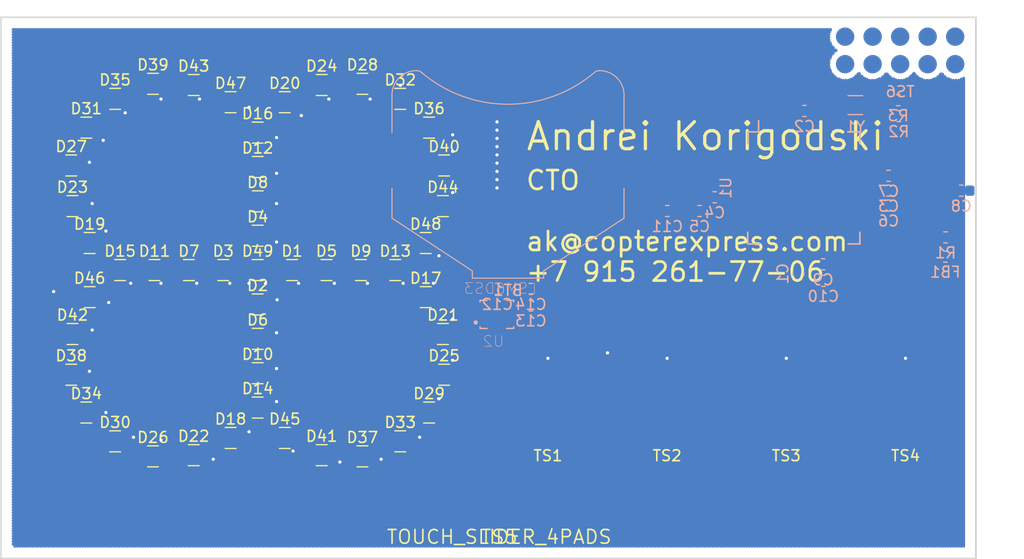
<source format=kicad_pcb>
(kicad_pcb (version 20171130) (host pcbnew 5.0.2+dfsg1-1~bpo9+1)
  (layers (0 F.Cu signal) (31 B.Cu signal) (34 B.Paste user) (35 F.Paste user) (36 B.SilkS user hide) (37 F.SilkS user hide) (38 B.Mask user) (39 F.Mask user hide) (44 Edge.Cuts user))
  (net 0 "")
  (net 1 LED_K0)
  (net 2 LED_K1)
  (net 3 LED_A0)
  (net 4 LED_K3)
  (net 5 LED_K2)
  (net 6 LED_K4)
  (net 7 LED_K5)
  (net 8 LED_K7)
  (net 9 LED_K6)
  (net 10 LED_K8)
  (net 11 LED_A1)
  (net 12 LED_A2)
  (net 13 LED_A3)
  (net 14 LED_A4)
  (net 15 LED_A5)
  (net 16 LED_A6)
  (net 17 LED_A7)
  (net 18 LED_A8)
  (net 19 VDD)
  (net 20 N$2)
  (net 21 MCU_AVDD)
  (net 22 GND)
  (net 23 N$7)
  (net 24 N$6)
  (net 25 N$13)
  (net 26 N$14)
  (net 27 N$5)
  (net 28 N$19)
  (net 29 N$20)
  (net 30 N$16)
  (net 31 N$15)
  (net 32 N$17)
  (net 33 N$18)
  (net 34 N$12)
  (net 35 N$11)
  (net 36 TOUCH_PAD0)
  (net 37 N$1)
  (net 38 TOUCH_PAD1)
  (net 39 TOUCH_PAD2)
  (net 40 TOUCH_PAD3)
  (net 41 N$21)
  (net 42 N$22)
  (net 43 N$23)
  (net 44 N$24)
  (net 45 N$8)
  (net 46 N$10)
  (net 47 N$9)
  (net 48 N$25)
  (net 49 N$26)
  (net 50 LED_K9)
  (net 51 LED_K10)
  (net 52 LED_K11)
  (module footprints:LED_DUAL_0606 (layer F.Cu) (at 126.884 103.351)
    (fp_text reference D1 (at 0 -1.75) (layer F.SilkS))
    (fp_text value LED_Dual_AACC)
    (pad 3 smd rect (at 0.725 -0.425) (size 0.85 0.65) (layers F.Cu F.Paste F.Mask) (net 1 LED_K0))
    (pad 4 smd rect (at 0.725 0.425) (size 0.85 0.65) (layers F.Cu F.Paste F.Mask) (net 1 LED_K0))
    (pad 2 smd rect (at -0.725 0.425) (size 0.85 0.65) (layers F.Cu F.Paste F.Mask) (net 11 LED_A1))
    (pad 1 smd rect (at -0.725 -0.425) (size 0.85 0.65) (layers F.Cu F.Paste F.Mask) (net 3 LED_A0))
  )
  (module footprints:LED_DUAL_0606 (layer F.Cu) (at 123.709 106.526)
    (fp_text reference D2 (at 0 -1.75) (layer F.SilkS))
    (fp_text value LED_Dual_AACC)
    (pad 3 smd rect (at 0.725 -0.425) (size 0.85 0.65) (layers F.Cu F.Paste F.Mask) (net 1 LED_K0))
    (pad 4 smd rect (at 0.725 0.425) (size 0.85 0.65) (layers F.Cu F.Paste F.Mask) (net 1 LED_K0))
    (pad 2 smd rect (at -0.725 0.425) (size 0.85 0.65) (layers F.Cu F.Paste F.Mask) (net 13 LED_A3))
    (pad 1 smd rect (at -0.725 -0.425) (size 0.85 0.65) (layers F.Cu F.Paste F.Mask) (net 12 LED_A2))
  )
  (module footprints:LED_DUAL_0606 (layer F.Cu) (at 120.534 103.351)
    (fp_text reference D3 (at 0 -1.75) (layer F.SilkS))
    (fp_text value LED_Dual_AACC)
    (pad 3 smd rect (at 0.725 -0.425) (size 0.85 0.65) (layers F.Cu F.Paste F.Mask) (net 1 LED_K0))
    (pad 4 smd rect (at 0.725 0.425) (size 0.85 0.65) (layers F.Cu F.Paste F.Mask) (net 1 LED_K0))
    (pad 2 smd rect (at -0.725 0.425) (size 0.85 0.65) (layers F.Cu F.Paste F.Mask) (net 15 LED_A5))
    (pad 1 smd rect (at -0.725 -0.425) (size 0.85 0.65) (layers F.Cu F.Paste F.Mask) (net 14 LED_A4))
  )
  (module footprints:LED_DUAL_0606 (layer F.Cu) (at 123.709 100.176)
    (fp_text reference D4 (at 0 -1.75) (layer F.SilkS))
    (fp_text value LED_Dual_AACC)
    (pad 3 smd rect (at 0.725 -0.425) (size 0.85 0.65) (layers F.Cu F.Paste F.Mask) (net 1 LED_K0))
    (pad 4 smd rect (at 0.725 0.425) (size 0.85 0.65) (layers F.Cu F.Paste F.Mask) (net 1 LED_K0))
    (pad 2 smd rect (at -0.725 0.425) (size 0.85 0.65) (layers F.Cu F.Paste F.Mask) (net 17 LED_A7))
    (pad 1 smd rect (at -0.725 -0.425) (size 0.85 0.65) (layers F.Cu F.Paste F.Mask) (net 16 LED_A6))
  )
  (module footprints:LED_DUAL_0606 (layer F.Cu) (at 130.059 103.351)
    (fp_text reference D5 (at 0 -1.75) (layer F.SilkS))
    (fp_text value LED_Dual_AACC)
    (pad 3 smd rect (at 0.725 -0.425) (size 0.85 0.65) (layers F.Cu F.Paste F.Mask) (net 2 LED_K1))
    (pad 4 smd rect (at 0.725 0.425) (size 0.85 0.65) (layers F.Cu F.Paste F.Mask) (net 2 LED_K1))
    (pad 2 smd rect (at -0.725 0.425) (size 0.85 0.65) (layers F.Cu F.Paste F.Mask) (net 11 LED_A1))
    (pad 1 smd rect (at -0.725 -0.425) (size 0.85 0.65) (layers F.Cu F.Paste F.Mask) (net 3 LED_A0))
  )
  (module footprints:LED_DUAL_0606 (layer F.Cu) (at 123.709 109.701)
    (fp_text reference D6 (at 0 -1.75) (layer F.SilkS))
    (fp_text value LED_Dual_AACC)
    (pad 3 smd rect (at 0.725 -0.425) (size 0.85 0.65) (layers F.Cu F.Paste F.Mask) (net 2 LED_K1))
    (pad 4 smd rect (at 0.725 0.425) (size 0.85 0.65) (layers F.Cu F.Paste F.Mask) (net 2 LED_K1))
    (pad 2 smd rect (at -0.725 0.425) (size 0.85 0.65) (layers F.Cu F.Paste F.Mask) (net 13 LED_A3))
    (pad 1 smd rect (at -0.725 -0.425) (size 0.85 0.65) (layers F.Cu F.Paste F.Mask) (net 12 LED_A2))
  )
  (module footprints:LED_DUAL_0606 (layer F.Cu) (at 117.359 103.351)
    (fp_text reference D7 (at 0 -1.75) (layer F.SilkS))
    (fp_text value LED_Dual_AACC)
    (pad 3 smd rect (at 0.725 -0.425) (size 0.85 0.65) (layers F.Cu F.Paste F.Mask) (net 2 LED_K1))
    (pad 4 smd rect (at 0.725 0.425) (size 0.85 0.65) (layers F.Cu F.Paste F.Mask) (net 2 LED_K1))
    (pad 2 smd rect (at -0.725 0.425) (size 0.85 0.65) (layers F.Cu F.Paste F.Mask) (net 15 LED_A5))
    (pad 1 smd rect (at -0.725 -0.425) (size 0.85 0.65) (layers F.Cu F.Paste F.Mask) (net 14 LED_A4))
  )
  (module footprints:LED_DUAL_0606 (layer F.Cu) (at 123.709 97.001)
    (fp_text reference D8 (at 0 -1.75) (layer F.SilkS))
    (fp_text value LED_Dual_AACC)
    (pad 3 smd rect (at 0.725 -0.425) (size 0.85 0.65) (layers F.Cu F.Paste F.Mask) (net 2 LED_K1))
    (pad 4 smd rect (at 0.725 0.425) (size 0.85 0.65) (layers F.Cu F.Paste F.Mask) (net 2 LED_K1))
    (pad 2 smd rect (at -0.725 0.425) (size 0.85 0.65) (layers F.Cu F.Paste F.Mask) (net 17 LED_A7))
    (pad 1 smd rect (at -0.725 -0.425) (size 0.85 0.65) (layers F.Cu F.Paste F.Mask) (net 16 LED_A6))
  )
  (module footprints:LED_DUAL_0606 (layer F.Cu) (at 133.234 103.351)
    (fp_text reference D9 (at 0 -1.75) (layer F.SilkS))
    (fp_text value LED_Dual_AACC)
    (pad 3 smd rect (at 0.725 -0.425) (size 0.85 0.65) (layers F.Cu F.Paste F.Mask) (net 5 LED_K2))
    (pad 4 smd rect (at 0.725 0.425) (size 0.85 0.65) (layers F.Cu F.Paste F.Mask) (net 5 LED_K2))
    (pad 2 smd rect (at -0.725 0.425) (size 0.85 0.65) (layers F.Cu F.Paste F.Mask) (net 11 LED_A1))
    (pad 1 smd rect (at -0.725 -0.425) (size 0.85 0.65) (layers F.Cu F.Paste F.Mask) (net 3 LED_A0))
  )
  (module footprints:LED_DUAL_0606 (layer F.Cu) (at 123.709 112.875999)
    (fp_text reference D10 (at 0 -1.75) (layer F.SilkS))
    (fp_text value LED_Dual_AACC)
    (pad 3 smd rect (at 0.725 -0.425) (size 0.85 0.65) (layers F.Cu F.Paste F.Mask) (net 5 LED_K2))
    (pad 4 smd rect (at 0.725 0.425) (size 0.85 0.65) (layers F.Cu F.Paste F.Mask) (net 5 LED_K2))
    (pad 2 smd rect (at -0.725 0.425) (size 0.85 0.65) (layers F.Cu F.Paste F.Mask) (net 13 LED_A3))
    (pad 1 smd rect (at -0.725 -0.425) (size 0.85 0.65) (layers F.Cu F.Paste F.Mask) (net 12 LED_A2))
  )
  (module footprints:LED_DUAL_0606 (layer F.Cu) (at 114.184 103.351)
    (fp_text reference D11 (at 0 -1.75) (layer F.SilkS))
    (fp_text value LED_Dual_AACC)
    (pad 3 smd rect (at 0.725 -0.425) (size 0.85 0.65) (layers F.Cu F.Paste F.Mask) (net 5 LED_K2))
    (pad 4 smd rect (at 0.725 0.425) (size 0.85 0.65) (layers F.Cu F.Paste F.Mask) (net 5 LED_K2))
    (pad 2 smd rect (at -0.725 0.425) (size 0.85 0.65) (layers F.Cu F.Paste F.Mask) (net 15 LED_A5))
    (pad 1 smd rect (at -0.725 -0.425) (size 0.85 0.65) (layers F.Cu F.Paste F.Mask) (net 14 LED_A4))
  )
  (module footprints:LED_DUAL_0606 (layer F.Cu) (at 123.709 93.826)
    (fp_text reference D12 (at 0 -1.75) (layer F.SilkS))
    (fp_text value LED_Dual_AACC)
    (pad 3 smd rect (at 0.725 -0.425) (size 0.85 0.65) (layers F.Cu F.Paste F.Mask) (net 5 LED_K2))
    (pad 4 smd rect (at 0.725 0.425) (size 0.85 0.65) (layers F.Cu F.Paste F.Mask) (net 5 LED_K2))
    (pad 2 smd rect (at -0.725 0.425) (size 0.85 0.65) (layers F.Cu F.Paste F.Mask) (net 17 LED_A7))
    (pad 1 smd rect (at -0.725 -0.425) (size 0.85 0.65) (layers F.Cu F.Paste F.Mask) (net 16 LED_A6))
  )
  (module footprints:LED_DUAL_0606 (layer F.Cu) (at 136.409 103.351)
    (fp_text reference D13 (at 0 -1.75) (layer F.SilkS))
    (fp_text value LED_Dual_AACC)
    (pad 3 smd rect (at 0.725 -0.425) (size 0.85 0.65) (layers F.Cu F.Paste F.Mask) (net 4 LED_K3))
    (pad 4 smd rect (at 0.725 0.425) (size 0.85 0.65) (layers F.Cu F.Paste F.Mask) (net 4 LED_K3))
    (pad 2 smd rect (at -0.725 0.425) (size 0.85 0.65) (layers F.Cu F.Paste F.Mask) (net 11 LED_A1))
    (pad 1 smd rect (at -0.725 -0.425) (size 0.85 0.65) (layers F.Cu F.Paste F.Mask) (net 3 LED_A0))
  )
  (module footprints:LED_DUAL_0606 (layer F.Cu) (at 123.709 116.051)
    (fp_text reference D14 (at 0 -1.75) (layer F.SilkS))
    (fp_text value LED_Dual_AACC)
    (pad 3 smd rect (at 0.725 -0.425) (size 0.85 0.65) (layers F.Cu F.Paste F.Mask) (net 4 LED_K3))
    (pad 4 smd rect (at 0.725 0.425) (size 0.85 0.65) (layers F.Cu F.Paste F.Mask) (net 4 LED_K3))
    (pad 2 smd rect (at -0.725 0.425) (size 0.85 0.65) (layers F.Cu F.Paste F.Mask) (net 13 LED_A3))
    (pad 1 smd rect (at -0.725 -0.425) (size 0.85 0.65) (layers F.Cu F.Paste F.Mask) (net 12 LED_A2))
  )
  (module footprints:LED_DUAL_0606 (layer F.Cu) (at 111.009 103.351)
    (fp_text reference D15 (at 0 -1.75) (layer F.SilkS))
    (fp_text value LED_Dual_AACC)
    (pad 3 smd rect (at 0.725 -0.425) (size 0.85 0.65) (layers F.Cu F.Paste F.Mask) (net 4 LED_K3))
    (pad 4 smd rect (at 0.725 0.425) (size 0.85 0.65) (layers F.Cu F.Paste F.Mask) (net 4 LED_K3))
    (pad 2 smd rect (at -0.725 0.425) (size 0.85 0.65) (layers F.Cu F.Paste F.Mask) (net 15 LED_A5))
    (pad 1 smd rect (at -0.725 -0.425) (size 0.85 0.65) (layers F.Cu F.Paste F.Mask) (net 14 LED_A4))
  )
  (module footprints:LED_DUAL_0606 (layer F.Cu) (at 123.709 90.651)
    (fp_text reference D16 (at 0 -1.75) (layer F.SilkS))
    (fp_text value LED_Dual_AACC)
    (pad 3 smd rect (at 0.725 -0.425) (size 0.85 0.65) (layers F.Cu F.Paste F.Mask) (net 4 LED_K3))
    (pad 4 smd rect (at 0.725 0.425) (size 0.85 0.65) (layers F.Cu F.Paste F.Mask) (net 4 LED_K3))
    (pad 2 smd rect (at -0.725 0.425) (size 0.85 0.65) (layers F.Cu F.Paste F.Mask) (net 17 LED_A7))
    (pad 1 smd rect (at -0.725 -0.425) (size 0.85 0.65) (layers F.Cu F.Paste F.Mask) (net 16 LED_A6))
  )
  (module footprints:LED_DUAL_0606 (layer F.Cu) (at 139.217852 105.850666)
    (fp_text reference D17 (at 0 -1.75) (layer F.SilkS))
    (fp_text value LED_Dual_AACC)
    (pad 3 smd rect (at 0.725 -0.425) (size 0.85 0.65) (layers F.Cu F.Paste F.Mask) (net 6 LED_K4))
    (pad 4 smd rect (at 0.725 0.425) (size 0.85 0.65) (layers F.Cu F.Paste F.Mask) (net 6 LED_K4))
    (pad 2 smd rect (at -0.725 0.425) (size 0.85 0.65) (layers F.Cu F.Paste F.Mask) (net 11 LED_A1))
    (pad 1 smd rect (at -0.725 -0.425) (size 0.85 0.65) (layers F.Cu F.Paste F.Mask) (net 3 LED_A0))
  )
  (module footprints:LED_DUAL_0606 (layer F.Cu) (at 121.209333 118.859852)
    (fp_text reference D18 (at 0 -1.75) (layer F.SilkS))
    (fp_text value LED_Dual_AACC)
    (pad 3 smd rect (at 0.725 -0.425) (size 0.85 0.65) (layers F.Cu F.Paste F.Mask) (net 6 LED_K4))
    (pad 4 smd rect (at 0.725 0.425) (size 0.85 0.65) (layers F.Cu F.Paste F.Mask) (net 6 LED_K4))
    (pad 2 smd rect (at -0.725 0.425) (size 0.85 0.65) (layers F.Cu F.Paste F.Mask) (net 13 LED_A3))
    (pad 1 smd rect (at -0.725 -0.425) (size 0.85 0.65) (layers F.Cu F.Paste F.Mask) (net 12 LED_A2))
  )
  (module footprints:LED_DUAL_0606 (layer F.Cu) (at 108.200147 100.851333)
    (fp_text reference D19 (at 0 -1.75) (layer F.SilkS))
    (fp_text value LED_Dual_AACC)
    (pad 3 smd rect (at 0.725 -0.425) (size 0.85 0.65) (layers F.Cu F.Paste F.Mask) (net 6 LED_K4))
    (pad 4 smd rect (at 0.725 0.425) (size 0.85 0.65) (layers F.Cu F.Paste F.Mask) (net 6 LED_K4))
    (pad 2 smd rect (at -0.725 0.425) (size 0.85 0.65) (layers F.Cu F.Paste F.Mask) (net 15 LED_A5))
    (pad 1 smd rect (at -0.725 -0.425) (size 0.85 0.65) (layers F.Cu F.Paste F.Mask) (net 14 LED_A4))
  )
  (module footprints:LED_DUAL_0606 (layer F.Cu) (at 126.208666 87.842147)
    (fp_text reference D20 (at 0 -1.75) (layer F.SilkS))
    (fp_text value LED_Dual_AACC)
    (pad 3 smd rect (at 0.725 -0.425) (size 0.85 0.65) (layers F.Cu F.Paste F.Mask) (net 6 LED_K4))
    (pad 4 smd rect (at 0.725 0.425) (size 0.85 0.65) (layers F.Cu F.Paste F.Mask) (net 6 LED_K4))
    (pad 2 smd rect (at -0.725 0.425) (size 0.85 0.65) (layers F.Cu F.Paste F.Mask) (net 17 LED_A7))
    (pad 1 smd rect (at -0.725 -0.425) (size 0.85 0.65) (layers F.Cu F.Paste F.Mask) (net 16 LED_A6))
  )
  (module footprints:LED_DUAL_0606 (layer F.Cu) (at 140.806919 109.258431)
    (fp_text reference D21 (at 0 -1.75) (layer F.SilkS))
    (fp_text value LED_Dual_AACC)
    (pad 3 smd rect (at 0.725 -0.425) (size 0.85 0.65) (layers F.Cu F.Paste F.Mask) (net 7 LED_K5))
    (pad 4 smd rect (at 0.725 0.425) (size 0.85 0.65) (layers F.Cu F.Paste F.Mask) (net 7 LED_K5))
    (pad 2 smd rect (at -0.725 0.425) (size 0.85 0.65) (layers F.Cu F.Paste F.Mask) (net 11 LED_A1))
    (pad 1 smd rect (at -0.725 -0.425) (size 0.85 0.65) (layers F.Cu F.Paste F.Mask) (net 3 LED_A0))
  )
  (module footprints:LED_DUAL_0606 (layer F.Cu) (at 117.801568 120.448919)
    (fp_text reference D22 (at 0 -1.75) (layer F.SilkS))
    (fp_text value LED_Dual_AACC)
    (pad 3 smd rect (at 0.725 -0.425) (size 0.85 0.65) (layers F.Cu F.Paste F.Mask) (net 7 LED_K5))
    (pad 4 smd rect (at 0.725 0.425) (size 0.85 0.65) (layers F.Cu F.Paste F.Mask) (net 7 LED_K5))
    (pad 2 smd rect (at -0.725 0.425) (size 0.85 0.65) (layers F.Cu F.Paste F.Mask) (net 13 LED_A3))
    (pad 1 smd rect (at -0.725 -0.425) (size 0.85 0.65) (layers F.Cu F.Paste F.Mask) (net 12 LED_A2))
  )
  (module footprints:LED_DUAL_0606 (layer F.Cu) (at 106.61108 97.443568)
    (fp_text reference D23 (at 0 -1.75) (layer F.SilkS))
    (fp_text value LED_Dual_AACC)
    (pad 3 smd rect (at 0.725 -0.425) (size 0.85 0.65) (layers F.Cu F.Paste F.Mask) (net 7 LED_K5))
    (pad 4 smd rect (at 0.725 0.425) (size 0.85 0.65) (layers F.Cu F.Paste F.Mask) (net 7 LED_K5))
    (pad 2 smd rect (at -0.725 0.425) (size 0.85 0.65) (layers F.Cu F.Paste F.Mask) (net 15 LED_A5))
    (pad 1 smd rect (at -0.725 -0.425) (size 0.85 0.65) (layers F.Cu F.Paste F.Mask) (net 14 LED_A4))
  )
  (module footprints:LED_DUAL_0606 (layer F.Cu) (at 129.616431 86.25308)
    (fp_text reference D24 (at 0 -1.75) (layer F.SilkS))
    (fp_text value LED_Dual_AACC)
    (pad 3 smd rect (at 0.725 -0.425) (size 0.85 0.65) (layers F.Cu F.Paste F.Mask) (net 7 LED_K5))
    (pad 4 smd rect (at 0.725 0.425) (size 0.85 0.65) (layers F.Cu F.Paste F.Mask) (net 7 LED_K5))
    (pad 2 smd rect (at -0.725 0.425) (size 0.85 0.65) (layers F.Cu F.Paste F.Mask) (net 17 LED_A7))
    (pad 1 smd rect (at -0.725 -0.425) (size 0.85 0.65) (layers F.Cu F.Paste F.Mask) (net 16 LED_A6))
  )
  (module footprints:LED_DUAL_0606 (layer F.Cu) (at 140.916279 113.016892)
    (fp_text reference D25 (at 0 -1.75) (layer F.SilkS))
    (fp_text value LED_Dual_AACC)
    (pad 3 smd rect (at 0.725 -0.425) (size 0.85 0.65) (layers F.Cu F.Paste F.Mask) (net 9 LED_K6))
    (pad 4 smd rect (at 0.725 0.425) (size 0.85 0.65) (layers F.Cu F.Paste F.Mask) (net 9 LED_K6))
    (pad 2 smd rect (at -0.725 0.425) (size 0.85 0.65) (layers F.Cu F.Paste F.Mask) (net 3 LED_A0))
    (pad 1 smd rect (at -0.725 -0.425) (size 0.85 0.65) (layers F.Cu F.Paste F.Mask) (net 11 LED_A1))
  )
  (module footprints:LED_DUAL_0606 (layer F.Cu) (at 114.043107 120.558279)
    (fp_text reference D26 (at 0 -1.75) (layer F.SilkS))
    (fp_text value LED_Dual_AACC)
    (pad 3 smd rect (at 0.725 -0.425) (size 0.85 0.65) (layers F.Cu F.Paste F.Mask) (net 9 LED_K6))
    (pad 4 smd rect (at 0.725 0.425) (size 0.85 0.65) (layers F.Cu F.Paste F.Mask) (net 9 LED_K6))
    (pad 2 smd rect (at -0.725 0.425) (size 0.85 0.65) (layers F.Cu F.Paste F.Mask) (net 12 LED_A2))
    (pad 1 smd rect (at -0.725 -0.425) (size 0.85 0.65) (layers F.Cu F.Paste F.Mask) (net 13 LED_A3))
  )
  (module footprints:LED_DUAL_0606 (layer F.Cu) (at 106.50172 93.685107)
    (fp_text reference D27 (at 0 -1.75) (layer F.SilkS))
    (fp_text value LED_Dual_AACC)
    (pad 3 smd rect (at 0.725 -0.425) (size 0.85 0.65) (layers F.Cu F.Paste F.Mask) (net 9 LED_K6))
    (pad 4 smd rect (at 0.725 0.425) (size 0.85 0.65) (layers F.Cu F.Paste F.Mask) (net 9 LED_K6))
    (pad 2 smd rect (at -0.725 0.425) (size 0.85 0.65) (layers F.Cu F.Paste F.Mask) (net 14 LED_A4))
    (pad 1 smd rect (at -0.725 -0.425) (size 0.85 0.65) (layers F.Cu F.Paste F.Mask) (net 15 LED_A5))
  )
  (module footprints:LED_DUAL_0606 (layer F.Cu) (at 133.374892 86.14372)
    (fp_text reference D28 (at 0 -1.75) (layer F.SilkS))
    (fp_text value LED_Dual_AACC)
    (pad 3 smd rect (at 0.725 -0.425) (size 0.85 0.65) (layers F.Cu F.Paste F.Mask) (net 9 LED_K6))
    (pad 4 smd rect (at 0.725 0.425) (size 0.85 0.65) (layers F.Cu F.Paste F.Mask) (net 9 LED_K6))
    (pad 2 smd rect (at -0.725 0.425) (size 0.85 0.65) (layers F.Cu F.Paste F.Mask) (net 16 LED_A6))
    (pad 1 smd rect (at -0.725 -0.425) (size 0.85 0.65) (layers F.Cu F.Paste F.Mask) (net 17 LED_A7))
  )
  (module footprints:LED_DUAL_0606 (layer F.Cu) (at 139.528045 116.511287)
    (fp_text reference D29 (at 0 -1.75) (layer F.SilkS))
    (fp_text value LED_Dual_AACC)
    (pad 3 smd rect (at 0.725 -0.425) (size 0.85 0.65) (layers F.Cu F.Paste F.Mask) (net 8 LED_K7))
    (pad 4 smd rect (at 0.725 0.425) (size 0.85 0.65) (layers F.Cu F.Paste F.Mask) (net 8 LED_K7))
    (pad 2 smd rect (at -0.725 0.425) (size 0.85 0.65) (layers F.Cu F.Paste F.Mask) (net 3 LED_A0))
    (pad 1 smd rect (at -0.725 -0.425) (size 0.85 0.65) (layers F.Cu F.Paste F.Mask) (net 11 LED_A1))
  )
  (module footprints:LED_DUAL_0606 (layer F.Cu) (at 110.548712 119.170045)
    (fp_text reference D30 (at 0 -1.75) (layer F.SilkS))
    (fp_text value LED_Dual_AACC)
    (pad 3 smd rect (at 0.725 -0.425) (size 0.85 0.65) (layers F.Cu F.Paste F.Mask) (net 8 LED_K7))
    (pad 4 smd rect (at 0.725 0.425) (size 0.85 0.65) (layers F.Cu F.Paste F.Mask) (net 8 LED_K7))
    (pad 2 smd rect (at -0.725 0.425) (size 0.85 0.65) (layers F.Cu F.Paste F.Mask) (net 12 LED_A2))
    (pad 1 smd rect (at -0.725 -0.425) (size 0.85 0.65) (layers F.Cu F.Paste F.Mask) (net 13 LED_A3))
  )
  (module footprints:LED_DUAL_0606 (layer F.Cu) (at 107.889954 90.190712)
    (fp_text reference D31 (at 0 -1.75) (layer F.SilkS))
    (fp_text value LED_Dual_AACC)
    (pad 3 smd rect (at 0.725 -0.425) (size 0.85 0.65) (layers F.Cu F.Paste F.Mask) (net 8 LED_K7))
    (pad 4 smd rect (at 0.725 0.425) (size 0.85 0.65) (layers F.Cu F.Paste F.Mask) (net 8 LED_K7))
    (pad 2 smd rect (at -0.725 0.425) (size 0.85 0.65) (layers F.Cu F.Paste F.Mask) (net 14 LED_A4))
    (pad 1 smd rect (at -0.725 -0.425) (size 0.85 0.65) (layers F.Cu F.Paste F.Mask) (net 15 LED_A5))
  )
  (module footprints:LED_DUAL_0606 (layer F.Cu) (at 136.869287 87.531954)
    (fp_text reference D32 (at 0 -1.75) (layer F.SilkS))
    (fp_text value LED_Dual_AACC)
    (pad 3 smd rect (at 0.725 -0.425) (size 0.85 0.65) (layers F.Cu F.Paste F.Mask) (net 8 LED_K7))
    (pad 4 smd rect (at 0.725 0.425) (size 0.85 0.65) (layers F.Cu F.Paste F.Mask) (net 8 LED_K7))
    (pad 2 smd rect (at -0.725 0.425) (size 0.85 0.65) (layers F.Cu F.Paste F.Mask) (net 16 LED_A6))
    (pad 1 smd rect (at -0.725 -0.425) (size 0.85 0.65) (layers F.Cu F.Paste F.Mask) (net 17 LED_A7))
  )
  (module footprints:LED_DUAL_0606 (layer F.Cu) (at 136.869287 119.170045)
    (fp_text reference D33 (at 0 -1.75) (layer F.SilkS))
    (fp_text value LED_Dual_AACC)
    (pad 3 smd rect (at 0.725 -0.425) (size 0.85 0.65) (layers F.Cu F.Paste F.Mask) (net 10 LED_K8))
    (pad 4 smd rect (at 0.725 0.425) (size 0.85 0.65) (layers F.Cu F.Paste F.Mask) (net 10 LED_K8))
    (pad 2 smd rect (at -0.725 0.425) (size 0.85 0.65) (layers F.Cu F.Paste F.Mask) (net 3 LED_A0))
    (pad 1 smd rect (at -0.725 -0.425) (size 0.85 0.65) (layers F.Cu F.Paste F.Mask) (net 11 LED_A1))
  )
  (module footprints:LED_DUAL_0606 (layer F.Cu) (at 107.889954 116.511287)
    (fp_text reference D34 (at 0 -1.75) (layer F.SilkS))
    (fp_text value LED_Dual_AACC)
    (pad 3 smd rect (at 0.725 -0.425) (size 0.85 0.65) (layers F.Cu F.Paste F.Mask) (net 10 LED_K8))
    (pad 4 smd rect (at 0.725 0.425) (size 0.85 0.65) (layers F.Cu F.Paste F.Mask) (net 10 LED_K8))
    (pad 2 smd rect (at -0.725 0.425) (size 0.85 0.65) (layers F.Cu F.Paste F.Mask) (net 12 LED_A2))
    (pad 1 smd rect (at -0.725 -0.425) (size 0.85 0.65) (layers F.Cu F.Paste F.Mask) (net 13 LED_A3))
  )
  (module footprints:LED_DUAL_0606 (layer F.Cu) (at 110.548712 87.531954)
    (fp_text reference D35 (at 0 -1.75) (layer F.SilkS))
    (fp_text value LED_Dual_AACC)
    (pad 3 smd rect (at 0.725 -0.425) (size 0.85 0.65) (layers F.Cu F.Paste F.Mask) (net 10 LED_K8))
    (pad 4 smd rect (at 0.725 0.425) (size 0.85 0.65) (layers F.Cu F.Paste F.Mask) (net 10 LED_K8))
    (pad 2 smd rect (at -0.725 0.425) (size 0.85 0.65) (layers F.Cu F.Paste F.Mask) (net 14 LED_A4))
    (pad 1 smd rect (at -0.725 -0.425) (size 0.85 0.65) (layers F.Cu F.Paste F.Mask) (net 15 LED_A5))
  )
  (module footprints:LED_DUAL_0606 (layer F.Cu) (at 139.528045 90.190712)
    (fp_text reference D36 (at 0 -1.75) (layer F.SilkS))
    (fp_text value LED_Dual_AACC)
    (pad 3 smd rect (at 0.725 -0.425) (size 0.85 0.65) (layers F.Cu F.Paste F.Mask) (net 10 LED_K8))
    (pad 4 smd rect (at 0.725 0.425) (size 0.85 0.65) (layers F.Cu F.Paste F.Mask) (net 10 LED_K8))
    (pad 2 smd rect (at -0.725 0.425) (size 0.85 0.65) (layers F.Cu F.Paste F.Mask) (net 16 LED_A6))
    (pad 1 smd rect (at -0.725 -0.425) (size 0.85 0.65) (layers F.Cu F.Paste F.Mask) (net 17 LED_A7))
  )
  (module footprints:LED_DUAL_0606 (layer F.Cu) (at 133.374892 120.558279)
    (fp_text reference D37 (at 0 -1.75) (layer F.SilkS))
    (fp_text value LED_Dual_AACC)
    (pad 3 smd rect (at 0.725 -0.425) (size 0.85 0.65) (layers F.Cu F.Paste F.Mask) (net 50 LED_K9))
    (pad 4 smd rect (at 0.725 0.425) (size 0.85 0.65) (layers F.Cu F.Paste F.Mask) (net 50 LED_K9))
    (pad 2 smd rect (at -0.725 0.425) (size 0.85 0.65) (layers F.Cu F.Paste F.Mask) (net 3 LED_A0))
    (pad 1 smd rect (at -0.725 -0.425) (size 0.85 0.65) (layers F.Cu F.Paste F.Mask) (net 11 LED_A1))
  )
  (module footprints:LED_DUAL_0606 (layer F.Cu) (at 106.50172 113.016892)
    (fp_text reference D38 (at 0 -1.75) (layer F.SilkS))
    (fp_text value LED_Dual_AACC)
    (pad 3 smd rect (at 0.725 -0.425) (size 0.85 0.65) (layers F.Cu F.Paste F.Mask) (net 50 LED_K9))
    (pad 4 smd rect (at 0.725 0.425) (size 0.85 0.65) (layers F.Cu F.Paste F.Mask) (net 50 LED_K9))
    (pad 2 smd rect (at -0.725 0.425) (size 0.85 0.65) (layers F.Cu F.Paste F.Mask) (net 12 LED_A2))
    (pad 1 smd rect (at -0.725 -0.425) (size 0.85 0.65) (layers F.Cu F.Paste F.Mask) (net 13 LED_A3))
  )
  (module footprints:LED_DUAL_0606 (layer F.Cu) (at 114.043107 86.14372)
    (fp_text reference D39 (at 0 -1.75) (layer F.SilkS))
    (fp_text value LED_Dual_AACC)
    (pad 3 smd rect (at 0.725 -0.425) (size 0.85 0.65) (layers F.Cu F.Paste F.Mask) (net 50 LED_K9))
    (pad 4 smd rect (at 0.725 0.425) (size 0.85 0.65) (layers F.Cu F.Paste F.Mask) (net 50 LED_K9))
    (pad 2 smd rect (at -0.725 0.425) (size 0.85 0.65) (layers F.Cu F.Paste F.Mask) (net 14 LED_A4))
    (pad 1 smd rect (at -0.725 -0.425) (size 0.85 0.65) (layers F.Cu F.Paste F.Mask) (net 15 LED_A5))
  )
  (module footprints:LED_DUAL_0606 (layer F.Cu) (at 140.916279 93.685107)
    (fp_text reference D40 (at 0 -1.75) (layer F.SilkS))
    (fp_text value LED_Dual_AACC)
    (pad 3 smd rect (at 0.725 -0.425) (size 0.85 0.65) (layers F.Cu F.Paste F.Mask) (net 50 LED_K9))
    (pad 4 smd rect (at 0.725 0.425) (size 0.85 0.65) (layers F.Cu F.Paste F.Mask) (net 50 LED_K9))
    (pad 2 smd rect (at -0.725 0.425) (size 0.85 0.65) (layers F.Cu F.Paste F.Mask) (net 16 LED_A6))
    (pad 1 smd rect (at -0.725 -0.425) (size 0.85 0.65) (layers F.Cu F.Paste F.Mask) (net 17 LED_A7))
  )
  (module footprints:LED_DUAL_0606 (layer F.Cu) (at 129.616431 120.448919)
    (fp_text reference D41 (at 0 -1.75) (layer F.SilkS))
    (fp_text value LED_Dual_AACC)
    (pad 3 smd rect (at 0.725 -0.425) (size 0.85 0.65) (layers F.Cu F.Paste F.Mask) (net 51 LED_K10))
    (pad 4 smd rect (at 0.725 0.425) (size 0.85 0.65) (layers F.Cu F.Paste F.Mask) (net 51 LED_K10))
    (pad 2 smd rect (at -0.725 0.425) (size 0.85 0.65) (layers F.Cu F.Paste F.Mask) (net 3 LED_A0))
    (pad 1 smd rect (at -0.725 -0.425) (size 0.85 0.65) (layers F.Cu F.Paste F.Mask) (net 11 LED_A1))
  )
  (module footprints:LED_DUAL_0606 (layer F.Cu) (at 106.61108 109.258431)
    (fp_text reference D42 (at 0 -1.75) (layer F.SilkS))
    (fp_text value LED_Dual_AACC)
    (pad 3 smd rect (at 0.725 -0.425) (size 0.85 0.65) (layers F.Cu F.Paste F.Mask) (net 51 LED_K10))
    (pad 4 smd rect (at 0.725 0.425) (size 0.85 0.65) (layers F.Cu F.Paste F.Mask) (net 51 LED_K10))
    (pad 2 smd rect (at -0.725 0.425) (size 0.85 0.65) (layers F.Cu F.Paste F.Mask) (net 12 LED_A2))
    (pad 1 smd rect (at -0.725 -0.425) (size 0.85 0.65) (layers F.Cu F.Paste F.Mask) (net 13 LED_A3))
  )
  (module footprints:LED_DUAL_0606 (layer F.Cu) (at 117.801568 86.25308)
    (fp_text reference D43 (at 0 -1.75) (layer F.SilkS))
    (fp_text value LED_Dual_AACC)
    (pad 3 smd rect (at 0.725 -0.425) (size 0.85 0.65) (layers F.Cu F.Paste F.Mask) (net 51 LED_K10))
    (pad 4 smd rect (at 0.725 0.425) (size 0.85 0.65) (layers F.Cu F.Paste F.Mask) (net 51 LED_K10))
    (pad 2 smd rect (at -0.725 0.425) (size 0.85 0.65) (layers F.Cu F.Paste F.Mask) (net 14 LED_A4))
    (pad 1 smd rect (at -0.725 -0.425) (size 0.85 0.65) (layers F.Cu F.Paste F.Mask) (net 15 LED_A5))
  )
  (module footprints:LED_DUAL_0606 (layer F.Cu) (at 140.806919 97.443568)
    (fp_text reference D44 (at 0 -1.75) (layer F.SilkS))
    (fp_text value LED_Dual_AACC)
    (pad 3 smd rect (at 0.725 -0.425) (size 0.85 0.65) (layers F.Cu F.Paste F.Mask) (net 51 LED_K10))
    (pad 4 smd rect (at 0.725 0.425) (size 0.85 0.65) (layers F.Cu F.Paste F.Mask) (net 51 LED_K10))
    (pad 2 smd rect (at -0.725 0.425) (size 0.85 0.65) (layers F.Cu F.Paste F.Mask) (net 16 LED_A6))
    (pad 1 smd rect (at -0.725 -0.425) (size 0.85 0.65) (layers F.Cu F.Paste F.Mask) (net 17 LED_A7))
  )
  (module footprints:LED_DUAL_0606 (layer F.Cu) (at 126.208666 118.859852)
    (fp_text reference D45 (at 0 -1.75) (layer F.SilkS))
    (fp_text value LED_Dual_AACC)
    (pad 3 smd rect (at 0.725 -0.425) (size 0.85 0.65) (layers F.Cu F.Paste F.Mask) (net 52 LED_K11))
    (pad 4 smd rect (at 0.725 0.425) (size 0.85 0.65) (layers F.Cu F.Paste F.Mask) (net 52 LED_K11))
    (pad 2 smd rect (at -0.725 0.425) (size 0.85 0.65) (layers F.Cu F.Paste F.Mask) (net 3 LED_A0))
    (pad 1 smd rect (at -0.725 -0.425) (size 0.85 0.65) (layers F.Cu F.Paste F.Mask) (net 11 LED_A1))
  )
  (module footprints:LED_DUAL_0606 (layer F.Cu) (at 108.200147 105.850666)
    (fp_text reference D46 (at 0 -1.75) (layer F.SilkS))
    (fp_text value LED_Dual_AACC)
    (pad 3 smd rect (at 0.725 -0.425) (size 0.85 0.65) (layers F.Cu F.Paste F.Mask) (net 52 LED_K11))
    (pad 4 smd rect (at 0.725 0.425) (size 0.85 0.65) (layers F.Cu F.Paste F.Mask) (net 52 LED_K11))
    (pad 2 smd rect (at -0.725 0.425) (size 0.85 0.65) (layers F.Cu F.Paste F.Mask) (net 12 LED_A2))
    (pad 1 smd rect (at -0.725 -0.425) (size 0.85 0.65) (layers F.Cu F.Paste F.Mask) (net 13 LED_A3))
  )
  (module footprints:LED_DUAL_0606 (layer F.Cu) (at 121.209333 87.842147)
    (fp_text reference D47 (at 0 -1.75) (layer F.SilkS))
    (fp_text value LED_Dual_AACC)
    (pad 3 smd rect (at 0.725 -0.425) (size 0.85 0.65) (layers F.Cu F.Paste F.Mask) (net 52 LED_K11))
    (pad 4 smd rect (at 0.725 0.425) (size 0.85 0.65) (layers F.Cu F.Paste F.Mask) (net 52 LED_K11))
    (pad 2 smd rect (at -0.725 0.425) (size 0.85 0.65) (layers F.Cu F.Paste F.Mask) (net 14 LED_A4))
    (pad 1 smd rect (at -0.725 -0.425) (size 0.85 0.65) (layers F.Cu F.Paste F.Mask) (net 15 LED_A5))
  )
  (module footprints:LED_DUAL_0606 (layer F.Cu) (at 139.217852 100.851333)
    (fp_text reference D48 (at 0 -1.75) (layer F.SilkS))
    (fp_text value LED_Dual_AACC)
    (pad 3 smd rect (at 0.725 -0.425) (size 0.85 0.65) (layers F.Cu F.Paste F.Mask) (net 52 LED_K11))
    (pad 4 smd rect (at 0.725 0.425) (size 0.85 0.65) (layers F.Cu F.Paste F.Mask) (net 52 LED_K11))
    (pad 2 smd rect (at -0.725 0.425) (size 0.85 0.65) (layers F.Cu F.Paste F.Mask) (net 16 LED_A6))
    (pad 1 smd rect (at -0.725 -0.425) (size 0.85 0.65) (layers F.Cu F.Paste F.Mask) (net 17 LED_A7))
  )
  (module footprints:LED_DUAL_0606 (layer F.Cu) (at 123.709 103.351)
    (fp_text reference D49 (at 0 -1.75) (layer F.SilkS))
    (fp_text value LED_Dual_AACC)
    (pad 3 smd rect (at 0.725 -0.425) (size 0.85 0.65) (layers F.Cu F.Paste F.Mask) (net 1 LED_K0))
    (pad 4 smd rect (at 0.725 0.425) (size 0.85 0.65) (layers F.Cu F.Paste F.Mask) (net 2 LED_K1))
    (pad 2 smd rect (at -0.725 0.425) (size 0.85 0.65) (layers F.Cu F.Paste F.Mask) (net 18 LED_A8))
    (pad 1 smd rect (at -0.725 -0.425) (size 0.85 0.65) (layers F.Cu F.Paste F.Mask) (net 18 LED_A8))
  )
  (module Inductor_SMD:L_0603_1608Metric (layer B.Cu) (at 187.1725 102.108)
    (fp_text reference FB1 (at 0 1.43) (layer B.SilkS) (effects (justify mirror)))
    (fp_text value Ferrite_Bead_Small)
    (pad 2 smd roundrect (at 0.7875 0) (size 0.875 0.95) (layers B.Cu B.Paste B.Mask) (net 20 N$2))
    (pad 1 smd roundrect (at -0.7875 0) (size 0.875 0.95) (layers B.Cu B.Paste B.Mask) (net 19 VDD))
  )
  (module Resistor_SMD:R_0603_1608Metric (layer B.Cu) (at 187.1979 100.33)
    (fp_text reference R1 (at 0 1.43) (layer B.SilkS) (effects (justify mirror)))
    (fp_text value 1)
    (pad 2 smd roundrect (at 0.7875 0) (size 0.875 0.95) (layers B.Cu B.Paste B.Mask) (net 21 MCU_AVDD))
    (pad 1 smd roundrect (at -0.7875 0) (size 0.875 0.95) (layers B.Cu B.Paste B.Mask) (net 20 N$2))
  )
  (module Package_QFP:LQFP-64_10x10mm_P0.5mm (layer B.Cu) (at 174.117 95.758 270)
    (fp_text reference U1 (at 0 7.2 270) (layer B.SilkS) (effects (justify mirror)))
    (fp_text value EFM32LG232F64)
    (pad 64 smd rect (at -3.75 5.7 180) (size 1 0.25) (layers B.Cu B.Paste B.Mask) (net 8 LED_K7))
    (pad 63 smd rect (at -3.25 5.7 180) (size 1 0.25) (layers B.Cu B.Paste B.Mask) (net 9 LED_K6))
    (pad 62 smd rect (at -2.75 5.7 180) (size 1 0.25) (layers B.Cu B.Paste B.Mask) (net 7 LED_K5))
    (pad 61 smd rect (at -2.25 5.7 180) (size 1 0.25) (layers B.Cu B.Paste B.Mask) (net 6 LED_K4))
    (pad 60 smd rect (at -1.75 5.7 180) (size 1 0.25) (layers B.Cu B.Paste B.Mask) (net 4 LED_K3))
    (pad 59 smd rect (at -1.25 5.7 180) (size 1 0.25) (layers B.Cu B.Paste B.Mask) (net 5 LED_K2))
    (pad 58 smd rect (at -0.75 5.7 180) (size 1 0.25) (layers B.Cu B.Paste B.Mask) (net 2 LED_K1))
    (pad 57 smd rect (at -0.25 5.7 180) (size 1 0.25) (layers B.Cu B.Paste B.Mask) (net 1 LED_K0))
    (pad 56 smd rect (at 0.25 5.7 180) (size 1 0.25) (layers B.Cu B.Paste B.Mask) (net 22 GND))
    (pad 55 smd rect (at 0.75 5.7 180) (size 1 0.25) (layers B.Cu B.Paste B.Mask) (net 19 VDD))
    (pad 54 smd rect (at 1.25 5.7 180) (size 1 0.25) (layers B.Cu B.Paste B.Mask) (net 52 LED_K11))
    (pad 53 smd rect (at 1.75 5.7 180) (size 1 0.25) (layers B.Cu B.Paste B.Mask) (net 51 LED_K10))
    (pad 52 smd rect (at 2.25 5.7 180) (size 1 0.25) (layers B.Cu B.Paste B.Mask) (net 50 LED_K9))
    (pad 51 smd rect (at 2.75 5.7 180) (size 1 0.25) (layers B.Cu B.Paste B.Mask) (net 10 LED_K8))
    (pad 50 smd rect (at 3.25 5.7 180) (size 1 0.25) (layers B.Cu B.Paste B.Mask) (net 47 N$9))
    (pad 49 smd rect (at 3.75 5.7 180) (size 1 0.25) (layers B.Cu B.Paste B.Mask) (net 46 N$10))
    (pad 48 smd rect (at 5.7 3.75 270) (size 1 0.25) (layers B.Cu B.Paste B.Mask) (net 45 N$8))
    (pad 47 smd rect (at 5.7 3.25 270) (size 1 0.25) (layers B.Cu B.Paste B.Mask) (net 41 N$21))
    (pad 46 smd rect (at 5.7 2.75 270) (size 1 0.25) (layers B.Cu B.Paste B.Mask) (net 42 N$22))
    (pad 45 smd rect (at 5.7 2.25 270) (size 1 0.25) (layers B.Cu B.Paste B.Mask) (net 43 N$23))
    (pad 44 smd rect (at 5.7 1.75 270) (size 1 0.25) (layers B.Cu B.Paste B.Mask) (net 44 N$24))
    (pad 43 smd rect (at 5.7 1.25 270) (size 1 0.25) (layers B.Cu B.Paste B.Mask) (net 40 TOUCH_PAD3))
    (pad 42 smd rect (at 5.7 0.75 270) (size 1 0.25) (layers B.Cu B.Paste B.Mask) (net 39 TOUCH_PAD2))
    (pad 41 smd rect (at 5.7 0.25 270) (size 1 0.25) (layers B.Cu B.Paste B.Mask) (net 38 TOUCH_PAD1))
    (pad 40 smd rect (at 5.7 -0.25 270) (size 1 0.25) (layers B.Cu B.Paste B.Mask) (net 37 N$1))
    (pad 39 smd rect (at 5.7 -0.75 270) (size 1 0.25) (layers B.Cu B.Paste B.Mask) (net 19 VDD))
    (pad 38 smd rect (at 5.7 -1.25 270) (size 1 0.25) (layers B.Cu B.Paste B.Mask) (net 22 GND))
    (pad 37 smd rect (at 5.7 -1.75 270) (size 1 0.25) (layers B.Cu B.Paste B.Mask) (net 36 TOUCH_PAD0))
    (pad 36 smd rect (at 5.7 -2.25 270) (size 1 0.25) (layers B.Cu B.Paste B.Mask) (net 22 GND))
    (pad 35 smd rect (at 5.7 -2.75 270) (size 1 0.25) (layers B.Cu B.Paste B.Mask) (net 35 N$11))
    (pad 34 smd rect (at 5.7 -3.25 270) (size 1 0.25) (layers B.Cu B.Paste B.Mask) (net 34 N$12))
    (pad 33 smd rect (at 5.7 -3.75 270) (size 1 0.25) (layers B.Cu B.Paste B.Mask) (net 22 GND))
    (pad 32 smd rect (at 3.75 -5.7 180) (size 1 0.25) (layers B.Cu B.Paste B.Mask) (net 22 GND))
    (pad 31 smd rect (at 3.25 -5.7 180) (size 1 0.25) (layers B.Cu B.Paste B.Mask) (net 33 N$18))
    (pad 30 smd rect (at 2.75 -5.7 180) (size 1 0.25) (layers B.Cu B.Paste B.Mask) (net 32 N$17))
    (pad 29 smd rect (at 2.25 -5.7 180) (size 1 0.25) (layers B.Cu B.Paste B.Mask) (net 31 N$15))
    (pad 28 smd rect (at 1.75 -5.7 180) (size 1 0.25) (layers B.Cu B.Paste B.Mask) (net 30 N$16))
    (pad 27 smd rect (at 1.25 -5.7 180) (size 1 0.25) (layers B.Cu B.Paste B.Mask) (net 21 MCU_AVDD))
    (pad 26 smd rect (at 0.75 -5.7 180) (size 1 0.25) (layers B.Cu B.Paste B.Mask) (net 19 VDD))
    (pad 25 smd rect (at 0.25 -5.7 180) (size 1 0.25) (layers B.Cu B.Paste B.Mask) (net 29 N$20))
    (pad 24 smd rect (at -0.25 -5.7 180) (size 1 0.25) (layers B.Cu B.Paste B.Mask) (net 28 N$19))
    (pad 23 smd rect (at -0.75 -5.7 180) (size 1 0.25) (layers B.Cu B.Paste B.Mask) (net 21 MCU_AVDD))
    (pad 22 smd rect (at -1.25 -5.7 180) (size 1 0.25) (layers B.Cu B.Paste B.Mask) (net 22 GND))
    (pad 21 smd rect (at -1.75 -5.7 180) (size 1 0.25) (layers B.Cu B.Paste B.Mask) (net 22 GND))
    (pad 20 smd rect (at -2.25 -5.7 180) (size 1 0.25) (layers B.Cu B.Paste B.Mask) (net 27 N$5))
    (pad 19 smd rect (at -2.75 -5.7 180) (size 1 0.25) (layers B.Cu B.Paste B.Mask) (net 18 LED_A8))
    (pad 18 smd rect (at -3.25 -5.7 180) (size 1 0.25) (layers B.Cu B.Paste B.Mask) (net 17 LED_A7))
    (pad 17 smd rect (at -3.75 -5.7 180) (size 1 0.25) (layers B.Cu B.Paste B.Mask) (net 16 LED_A6))
    (pad 16 smd rect (at -5.7 -3.75 270) (size 1 0.25) (layers B.Cu B.Paste B.Mask) (net 26 N$14))
    (pad 15 smd rect (at -5.7 -3.25 270) (size 1 0.25) (layers B.Cu B.Paste B.Mask) (net 25 N$13))
    (pad 14 smd rect (at -5.7 -2.75 270) (size 1 0.25) (layers B.Cu B.Paste B.Mask) (net 49 N$26))
    (pad 13 smd rect (at -5.7 -2.25 270) (size 1 0.25) (layers B.Cu B.Paste B.Mask) (net 48 N$25))
    (pad 12 smd rect (at -5.7 -1.75 270) (size 1 0.25) (layers B.Cu B.Paste B.Mask) (net 22 GND))
    (pad 11 smd rect (at -5.7 -1.25 270) (size 1 0.25) (layers B.Cu B.Paste B.Mask) (net 22 GND))
    (pad 10 smd rect (at -5.7 -0.75 270) (size 1 0.25) (layers B.Cu B.Paste B.Mask) (net 24 N$6))
    (pad 9 smd rect (at -5.7 -0.25 270) (size 1 0.25) (layers B.Cu B.Paste B.Mask) (net 23 N$7))
    (pad 8 smd rect (at -5.7 0.25 270) (size 1 0.25) (layers B.Cu B.Paste B.Mask) (net 22 GND))
    (pad 7 smd rect (at -5.7 0.75 270) (size 1 0.25) (layers B.Cu B.Paste B.Mask) (net 19 VDD))
    (pad 6 smd rect (at -5.7 1.25 270) (size 1 0.25) (layers B.Cu B.Paste B.Mask) (net 15 LED_A5))
    (pad 5 smd rect (at -5.7 1.75 270) (size 1 0.25) (layers B.Cu B.Paste B.Mask) (net 14 LED_A4))
    (pad 4 smd rect (at -5.7 2.25 270) (size 1 0.25) (layers B.Cu B.Paste B.Mask) (net 13 LED_A3))
    (pad 3 smd rect (at -5.7 2.75 270) (size 1 0.25) (layers B.Cu B.Paste B.Mask) (net 12 LED_A2))
    (pad 2 smd rect (at -5.7 3.25 270) (size 1 0.25) (layers B.Cu B.Paste B.Mask) (net 11 LED_A1))
    (pad 1 smd rect (at -5.7 3.75 270) (size 1 0.25) (layers B.Cu B.Paste B.Mask) (net 3 LED_A0))
  )
  (module Crystal:Crystal_SMD_3215-2Pin_3.2x1.5mm (layer B.Cu) (at 178.8722 88.1126)
    (fp_text reference Y1 (at 0 2) (layer B.SilkS) (effects (justify mirror)))
    (fp_text value 32768Hz)
    (pad 1 smd rect (at -1.25 0) (size 1 1.8) (layers B.Cu B.Paste B.Mask) (net 25 N$13))
    (pad 2 smd rect (at 1.25 0) (size 1 1.8) (layers B.Cu B.Paste B.Mask) (net 26 N$14))
  )
  (module Capacitor_SMD:C_0603_1608Metric (layer B.Cu) (at 173.609 103.6829 270)
    (fp_text reference C1 (at 0 1.43 270) (layer B.SilkS) (effects (justify mirror)))
    (fp_text value 1uF)
    (pad 2 smd roundrect (at 0.7875 0 270) (size 0.875 0.95) (layers B.Cu B.Paste B.Mask) (net 22 GND))
    (pad 1 smd roundrect (at -0.7875 0 270) (size 0.875 0.95) (layers B.Cu B.Paste B.Mask) (net 37 N$1))
  )
  (module Capacitor_SMD:C_0603_1608Metric (layer B.Cu) (at 181.9403 96.012)
    (fp_text reference C3 (at 0 1.43) (layer B.SilkS) (effects (justify mirror)))
    (fp_text value 0.1uF)
    (pad 2 smd roundrect (at 0.7875 0) (size 0.875 0.95) (layers B.Cu B.Paste B.Mask) (net 22 GND))
    (pad 1 smd roundrect (at -0.7875 0) (size 0.875 0.95) (layers B.Cu B.Paste B.Mask) (net 19 VDD))
  )
  (module Capacitor_SMD:C_0603_1608Metric (layer B.Cu) (at 165.8874 96.6216)
    (fp_text reference C4 (at 0 1.43) (layer B.SilkS) (effects (justify mirror)))
    (fp_text value 0.1uF)
    (pad 1 smd roundrect (at 0.7875 0) (size 0.875 0.95) (layers B.Cu B.Paste B.Mask) (net 19 VDD))
    (pad 2 smd roundrect (at -0.7875 0) (size 0.875 0.95) (layers B.Cu B.Paste B.Mask) (net 22 GND))
  )
  (module Capacitor_SMD:C_0603_1608Metric (layer B.Cu) (at 164.4904 97.8916)
    (fp_text reference C5 (at 0 1.43) (layer B.SilkS) (effects (justify mirror)))
    (fp_text value 10uF)
    (pad 1 smd roundrect (at 0.7875 0) (size 0.875 0.95) (layers B.Cu B.Paste B.Mask) (net 19 VDD))
    (pad 2 smd roundrect (at -0.7875 0) (size 0.875 0.95) (layers B.Cu B.Paste B.Mask) (net 22 GND))
  )
  (module Capacitor_SMD:C_0603_1608Metric (layer B.Cu) (at 181.9403 97.3836)
    (fp_text reference C6 (at 0 1.43) (layer B.SilkS) (effects (justify mirror)))
    (fp_text value 10nF)
    (pad 2 smd roundrect (at 0.7875 0) (size 0.875 0.95) (layers B.Cu B.Paste B.Mask) (net 22 GND))
    (pad 1 smd roundrect (at -0.7875 0) (size 0.875 0.95) (layers B.Cu B.Paste B.Mask) (net 21 MCU_AVDD))
  )
  (module Capacitor_SMD:C_0603_1608Metric (layer B.Cu) (at 181.9403 94.6404)
    (fp_text reference C7 (at 0 1.43) (layer B.SilkS) (effects (justify mirror)))
    (fp_text value 10nF)
    (pad 2 smd roundrect (at 0.7875 0) (size 0.875 0.95) (layers B.Cu B.Paste B.Mask) (net 22 GND))
    (pad 1 smd roundrect (at -0.7875 0) (size 0.875 0.95) (layers B.Cu B.Paste B.Mask) (net 21 MCU_AVDD))
  )
  (module Capacitor_SMD:C_0603_1608Metric (layer B.Cu) (at 188.6457 96.012)
    (fp_text reference C8 (at 0 1.43) (layer B.SilkS) (effects (justify mirror)))
    (fp_text value 10uF)
    (pad 2 smd roundrect (at 0.7875 0) (size 0.875 0.95) (layers B.Cu B.Paste B.Mask) (net 22 GND))
    (pad 1 smd roundrect (at -0.7875 0) (size 0.875 0.95) (layers B.Cu B.Paste B.Mask) (net 21 MCU_AVDD))
  )
  (module Capacitor_SMD:C_0603_1608Metric (layer B.Cu) (at 175.8949 102.8192)
    (fp_text reference C9 (at 0 1.43) (layer B.SilkS) (effects (justify mirror)))
    (fp_text value 0.1uF)
    (pad 2 smd roundrect (at 0.7875 0) (size 0.875 0.95) (layers B.Cu B.Paste B.Mask) (net 22 GND))
    (pad 1 smd roundrect (at -0.7875 0) (size 0.875 0.95) (layers B.Cu B.Paste B.Mask) (net 19 VDD))
  )
  (module Capacitor_SMD:C_0603_1608Metric (layer B.Cu) (at 175.9203 104.3432)
    (fp_text reference C10 (at 0 1.43) (layer B.SilkS) (effects (justify mirror)))
    (fp_text value 3.3uF)
    (pad 2 smd roundrect (at 0.7875 0) (size 0.875 0.95) (layers B.Cu B.Paste B.Mask) (net 22 GND))
    (pad 1 smd roundrect (at -0.7875 0) (size 0.875 0.95) (layers B.Cu B.Paste B.Mask) (net 19 VDD))
  )
  (module Capacitor_SMD:C_0603_1608Metric (layer B.Cu) (at 161.5185 97.8916)
    (fp_text reference C11 (at 0 1.43) (layer B.SilkS) (effects (justify mirror)))
    (fp_text value 100uF)
    (pad 2 smd roundrect (at 0.7875 0) (size 0.875 0.95) (layers B.Cu B.Paste B.Mask) (net 22 GND))
    (pad 1 smd roundrect (at -0.7875 0) (size 0.875 0.95) (layers B.Cu B.Paste B.Mask) (net 19 VDD))
  )
  (module Capacitor_SMD:C_0603_1608Metric (layer B.Cu) (at 145.8249 105.0896)
    (fp_text reference C12 (at 0 1.43) (layer B.SilkS) (effects (justify mirror)))
    (fp_text value 0.1uF)
    (pad 2 smd roundrect (at 0.7875 0) (size 0.875 0.95) (layers B.Cu B.Paste B.Mask) (net 22 GND))
    (pad 1 smd roundrect (at -0.7875 0) (size 0.875 0.95) (layers B.Cu B.Paste B.Mask) (net 19 VDD))
  )
  (module Capacitor_SMD:C_0603_1608Metric (layer B.Cu) (at 148.9239 106.6136)
    (fp_text reference C13 (at 0 1.43) (layer B.SilkS) (effects (justify mirror)))
    (fp_text value 0.1uF)
    (pad 2 smd roundrect (at 0.7875 0) (size 0.875 0.95) (layers B.Cu B.Paste B.Mask) (net 22 GND))
    (pad 1 smd roundrect (at -0.7875 0) (size 0.875 0.95) (layers B.Cu B.Paste B.Mask) (net 19 VDD))
  )
  (module Resistor_SMD:R_0603_1608Metric (layer B.Cu) (at 182.8799 89.1286)
    (fp_text reference R2 (at 0 1.43) (layer B.SilkS) (effects (justify mirror)))
    (fp_text value 0)
    (pad 2 smd roundrect (at 0.7875 0) (size 0.875 0.95) (layers B.Cu B.Paste B.Mask) (net 22 GND))
    (pad 1 smd roundrect (at -0.7875 0) (size 0.875 0.95) (layers B.Cu B.Paste B.Mask) (net 48 N$25))
  )
  (module Resistor_SMD:R_0603_1608Metric (layer B.Cu) (at 182.8292 87.6554)
    (fp_text reference R3 (at 0 1.43) (layer B.SilkS) (effects (justify mirror)))
    (fp_text value 0)
    (pad 2 smd roundrect (at 0.7875 0) (size 0.875 0.95) (layers B.Cu B.Paste B.Mask) (net 22 GND))
    (pad 1 smd roundrect (at -0.7875 0) (size 0.875 0.95) (layers B.Cu B.Paste B.Mask) (net 49 N$26))
  )
  (module footprints:LSM6DS3 (layer B.Cu) (at 145.7844 107.4416)
    (fp_text reference U2 (at -0.31031 2.48754) (layer B.SilkS) (effects (font (size 1.00102 1.00102) (thickness 0.05)) (justify mirror)))
    (fp_text value LSM6DS3 (at 0.325055 -2.39047) (layer B.SilkS) (effects (font (size 1.0002 1.0002) (thickness 0.05)) (justify mirror)))
    (pad 4 smd rect (at -1.175 -0.75 180) (size 0.58 0.35) (layers B.Cu B.Paste B.Mask) (net 28 N$19))
    (pad 3 smd rect (at -1.175 -0.25 180) (size 0.58 0.35) (layers B.Cu B.Paste B.Mask) (net 22 GND))
    (pad 2 smd rect (at -1.175 0.25 180) (size 0.58 0.35) (layers B.Cu B.Paste B.Mask) (net 22 GND))
    (pad 1 smd rect (at -1.175 0.75 180) (size 0.58 0.35) (layers B.Cu B.Paste B.Mask) (net 31 N$15))
    (pad 7 smd rect (at 0.5 -0.925 270) (size 0.58 0.35) (layers B.Cu B.Paste B.Mask) (net 22 GND))
    (pad 6 smd rect (at 0 -0.925 270) (size 0.58 0.35) (layers B.Cu B.Paste B.Mask) (net 22 GND))
    (pad 5 smd rect (at -0.5 -0.925 270) (size 0.58 0.35) (layers B.Cu B.Paste B.Mask) (net 19 VDD))
    (pad 8 smd rect (at 1.175 -0.75 180) (size 0.58 0.35) (layers B.Cu B.Paste B.Mask) (net 19 VDD))
    (pad 9 smd rect (at 1.175 -0.25 180) (size 0.58 0.35) (layers B.Cu B.Paste B.Mask) (net 29 N$20))
    (pad 10 smd rect (at 1.175 0.25 180) (size 0.58 0.35) (layers B.Cu B.Paste B.Mask))
    (pad 11 smd rect (at 1.175 0.75 180) (size 0.58 0.35) (layers B.Cu B.Paste B.Mask))
    (pad 12 smd rect (at 0.5 0.925 270) (size 0.58 0.35) (layers B.Cu B.Paste B.Mask) (net 33 N$18))
    (pad 13 smd rect (at 0 0.925 270) (size 0.58 0.35) (layers B.Cu B.Paste B.Mask) (net 32 N$17))
    (pad 14 smd rect (at -0.5 0.925 270) (size 0.58 0.35) (layers B.Cu B.Paste B.Mask) (net 30 N$16))
  )
  (module footprints:TouchPad_D8.0mm (layer F.Cu) (at 150.5 115)
    (fp_text reference TS1 (at 0 5.5) (layer F.SilkS))
    (fp_text value TOUCH_PAD)
    (pad 1 smd circle (at 0 0) (size 8 8) (layers F.Cu) (net 36 TOUCH_PAD0))
  )
  (module footprints:TouchPad_D8.0mm (layer F.Cu) (at 161.5 115)
    (fp_text reference TS2 (at 0 5.5) (layer F.SilkS))
    (fp_text value TOUCH_PAD)
    (pad 1 smd circle (at 0 0) (size 8 8) (layers F.Cu) (net 38 TOUCH_PAD1))
  )
  (module footprints:TouchPad_D8.0mm (layer F.Cu) (at 172.5 115)
    (fp_text reference TS3 (at 0 5.5) (layer F.SilkS))
    (fp_text value TOUCH_PAD)
    (pad 1 smd circle (at 0 0) (size 8 8) (layers F.Cu) (net 39 TOUCH_PAD2))
  )
  (module footprints:TouchPad_D8.0mm (layer F.Cu) (at 183.5 115)
    (fp_text reference TS4 (at 0 5.5) (layer F.SilkS))
    (fp_text value TOUCH_PAD)
    (pad 1 smd circle (at 0 0) (size 8 8) (layers F.Cu) (net 40 TOUCH_PAD3))
  )
  (module footprints:TestPoints_2x05_P2.54_D1.7 (layer B.Cu) (at 183.007 83.058)
    (fp_text reference TS6 (at 0 3.81) (layer B.SilkS) (effects (justify mirror)))
    (fp_text value POGO_10PADS)
    (pad 5 smd circle (at 0 -1.27) (size 1.7 1.7) (layers B.Cu B.Mask) (net 23 N$7))
    (pad 4 smd circle (at -2.54 1.27) (size 1.7 1.7) (layers B.Cu B.Mask) (net 24 N$6))
    (pad 3 smd circle (at -2.54 -1.27) (size 1.7 1.7) (layers B.Cu B.Mask) (net 27 N$5))
    (pad 2 smd circle (at -5.08 1.27) (size 1.7 1.7) (layers B.Cu B.Mask) (net 22 GND))
    (pad 1 smd circle (at -5.08 -1.27) (size 1.7 1.7) (layers B.Cu B.Mask) (net 19 VDD))
    (pad 10 smd circle (at 5.08 1.27) (size 1.7 1.7) (layers B.Cu B.Mask) (net 34 N$12))
    (pad 9 smd circle (at 5.08 -1.27) (size 1.7 1.7) (layers B.Cu B.Mask) (net 35 N$11))
    (pad 8 smd circle (at 2.54 1.27) (size 1.7 1.7) (layers B.Cu B.Mask) (net 46 N$10))
    (pad 7 smd circle (at 2.54 -1.27) (size 1.7 1.7) (layers B.Cu B.Mask) (net 47 N$9))
    (pad 6 smd circle (at 0 1.27) (size 1.7 1.7) (layers B.Cu B.Mask) (net 45 N$8))
  )
  (module footprints:BatteryHolder_Keystone_3026_1x2016 (layer B.Cu) (at 146.812 93.218)
    (fp_text reference BT1 (at 0 12) (layer B.SilkS) (effects (justify mirror)))
    (fp_text value Battery_Cell)
    (pad 2 smd rect (at 0 0) (size 7 8) (layers B.Cu B.Mask) (net 22 GND))
    (pad 1 smd rect (at 12.85 0) (size 5.08 5.08) (layers B.Cu B.Paste B.Mask) (net 19 VDD))
    (pad 1 smd rect (at -12.85 0) (size 5.08 5.08) (layers B.Cu B.Paste B.Mask) (net 19 VDD))
  )
  (module footprints:TouchSlider-4_42x7mm (layer F.Cu) (at 146 128)
    (fp_text reference TS5 (at 0 0) (layer F.SilkS) (effects (font (size 1.27 1.27))))
    (fp_text value TOUCH_SLIDER_4PADS (at 0 0) (layer F.SilkS) (effects (font (size 1.27 1.27))))
    (pad 1 smd custom (at 1.5 -3.5) (size 2.333333 2.333333) (layers F.Cu) (net 41 N$21) (options (clearance outline) (anchor circle)) (primitives (gr_poly (pts (xy -1.5 -3.5) (xy 1.5 -3.5) (xy 1.5 -3.270579) (xy 11.140237 -2.333333) (xy 1.5 -1.396088) (xy 1.5 -0.937245) (xy 11.140237 0) (xy 1.5 0.937245) (xy 1.5 1.396088) (xy 11.140237 2.333333) (xy 1.5 3.270579) (xy 1.5 3.5) (xy -1.5 3.5)) (width 0))))
    (pad 2 smd custom (at 14.476341 -3.5) (size 2.333333 2.333333) (layers F.Cu) (net 42 N$22) (options (clearance outline) (anchor circle)) (primitives (gr_poly (pts (xy -11.211214 -3.5) (xy -1.570978 -2.562755) (xy -1.570978 -2.103912) (xy -11.211214 -1.166667) (xy -1.570978 -0.229421) (xy -1.570978 0.229421) (xy -11.211214 1.166667) (xy -1.570978 2.103912) (xy -1.570978 2.562755) (xy -11.211214 3.5) (xy 1.570978 3.5) (xy 1.570978 3.270579) (xy 11.211214 2.333333) (xy 1.570978 1.396088) (xy 1.570978 0.937245) (xy 11.211214 0) (xy 1.570978 -0.937245) (xy 1.570978 -1.396088) (xy 11.211214 -2.333333) (xy 1.570978 -3.270579) (xy 1.570978 -3.5)) (width 0))))
    (pad 3 smd custom (at 27.523659 -3.5) (size 2.333333 2.333333) (layers F.Cu) (net 43 N$23) (options (clearance outline) (anchor circle)) (primitives (gr_poly (pts (xy -11.211214 -3.5) (xy -1.570978 -2.562755) (xy -1.570978 -2.103912) (xy -11.211214 -1.166667) (xy -1.570978 -0.229421) (xy -1.570978 0.229421) (xy -11.211214 1.166667) (xy -1.570978 2.103912) (xy -1.570978 2.562755) (xy -11.211214 3.5) (xy 1.570978 3.5) (xy 1.570978 3.270579) (xy 11.211214 2.333333) (xy 1.570978 1.396088) (xy 1.570978 0.937245) (xy 11.211214 0) (xy 1.570978 -0.937245) (xy 1.570978 -1.396088) (xy 11.211214 -2.333333) (xy 1.570978 -3.270579) (xy 1.570978 -3.5)) (width 0))))
    (pad 4 smd custom (at 40.5 -3.5) (size 2.333333 2.333333) (layers F.Cu) (net 44 N$24) (options (clearance outline) (anchor circle)) (primitives (gr_poly (pts (xy -11.140237 -3.5) (xy -1.5 -2.562755) (xy -1.5 -2.103912) (xy -11.140237 -1.166667) (xy -1.5 -0.229421) (xy -1.5 0.229421) (xy -11.140237 1.166667) (xy -1.5 2.103912) (xy -1.5 2.562755) (xy -11.140237 3.5) (xy 1.5 3.5) (xy 1.5 -3.5)) (width 0))))
  )
  (module Capacitor_SMD:C_0603_1608Metric (layer B.Cu) (at 174.1679 88.646)
    (fp_text reference C2 (at 0 1.43) (layer B.SilkS) (effects (justify mirror)))
    (fp_text value 0.1uF)
    (pad 1 smd roundrect (at -0.7875 0) (size 0.875 0.95) (layers B.Cu B.Paste B.Mask) (net 19 VDD))
    (pad 2 smd roundrect (at 0.7875 0) (size 0.875 0.95) (layers B.Cu B.Paste B.Mask) (net 22 GND))
  )
  (module Capacitor_SMD:C_0603_1608Metric (layer B.Cu) (at 148.9239 105.0896)
    (fp_text reference C14 (at 0 1.43) (layer B.SilkS) (effects (justify mirror)))
    (fp_text value 10uF)
    (pad 1 smd roundrect (at -0.7875 0) (size 0.875 0.95) (layers B.Cu B.Paste B.Mask) (net 19 VDD))
    (pad 2 smd roundrect (at 0.7875 0) (size 0.875 0.95) (layers B.Cu B.Paste B.Mask) (net 22 GND))
  )
  (gr_line (start 100 130) (end 100 80) (layer Edge.Cuts) (width 0.15))
  (gr_line (start 190 130) (end 100 130) (layer Edge.Cuts) (width 0.15))
  (gr_line (start 190 80) (end 190 130) (layer Edge.Cuts) (width 0.15))
  (gr_line (start 100 80) (end 190 80) (layer Edge.Cuts) (width 0.15))
  (gr_text "CTO\n\nak@copterexpress.com\n+7 915 261-77-06" (at 148.344 99.29) (layer F.SilkS) (effects (font (size 1.75 1.75) (thickness 0.25)) (justify left)))
  (gr_text "Andrei Korigodski" (at 148.344 91) (layer F.SilkS) (effects (font (size 2.5 2.5) (thickness 0.3)) (justify left)))
  (segment (start 124.434 99.751) (end 124.434 100.601) (width 0.254) (layer F.Cu) (net 1))
  (segment (start 121.259 102.926) (end 121.259 103.776) (width 0.254) (layer F.Cu) (net 1))
  (segment (start 127.609 102.926) (end 127.609 103.776) (width 0.254) (layer F.Cu) (net 1))
  (segment (start 124.434 106.101) (end 124.434 106.951) (width 0.254) (layer F.Cu) (net 1))
  (segment (start 125.4958 106.101) (end 125.5018 106.095) (width 0.254) (layer F.Cu) (net 1))
  (via (at 125.5018 106.095) (size 0.6) (drill 0.3) (layers F.Cu B.Cu) (net 1))
  (segment (start 124.434 106.101) (end 125.4958 106.101) (width 0.254) (layer F.Cu) (net 1))
  (segment (start 125.291 100.601) (end 125.451 100.761) (width 0.254) (layer F.Cu) (net 1))
  (via (at 125.451 100.761) (size 0.6) (drill 0.3) (layers F.Cu B.Cu) (net 1))
  (segment (start 124.434 100.601) (end 125.291 100.601) (width 0.254) (layer F.Cu) (net 1))
  (via (at 121.133 104.571) (size 0.6) (drill 0.3) (layers F.Cu B.Cu) (net 1))
  (segment (start 121.259 104.445) (end 121.133 104.571) (width 0.254) (layer F.Cu) (net 1))
  (segment (start 121.259 103.776) (end 121.259 104.445) (width 0.254) (layer F.Cu) (net 1))
  (via (at 127.483 104.571) (size 0.6) (drill 0.3) (layers F.Cu B.Cu) (net 1))
  (segment (start 127.609 104.445) (end 127.483 104.571) (width 0.254) (layer F.Cu) (net 1))
  (segment (start 127.609 103.776) (end 127.609 104.445) (width 0.254) (layer F.Cu) (net 1))
  (segment (start 124.434 102.926) (end 124.434 100.601) (width 0.254) (layer F.Cu) (net 1))
  (segment (start 125.959 106.095) (end 127.483 104.571) (width 0.254) (layer B.Cu) (net 1))
  (segment (start 125.5018 106.095) (end 125.959 106.095) (width 0.254) (layer B.Cu) (net 1))
  (segment (start 122.657 106.095) (end 121.133 104.571) (width 0.254) (layer B.Cu) (net 1))
  (segment (start 125.5018 106.095) (end 122.657 106.095) (width 0.254) (layer B.Cu) (net 1))
  (segment (start 124.943 100.761) (end 125.451 100.761) (width 0.254) (layer B.Cu) (net 1))
  (segment (start 121.133 104.571) (end 124.943 100.761) (width 0.254) (layer B.Cu) (net 1))
  (segment (start 168.417 95.508) (end 167.663 95.508) (width 0.254) (layer B.Cu) (net 1))
  (segment (start 167.663 95.508) (end 167.56901 95.41401) (width 0.254) (layer B.Cu) (net 1))
  (segment (start 167.56901 95.41401) (end 166.644722 95.41401) (width 0.254) (layer B.Cu) (net 1))
  (segment (start 166.644722 95.41401) (end 164.15793 92.927218) (width 0.254) (layer B.Cu) (net 1))
  (segment (start 158.76988 86.36195) (end 164.15793 91.75) (width 0.254) (layer B.Cu) (net 1))
  (segment (start 142.120536 86.36195) (end 158.76988 86.36195) (width 0.254) (layer B.Cu) (net 1))
  (segment (start 138.91298 89.569506) (end 142.120536 86.36195) (width 0.254) (layer B.Cu) (net 1))
  (segment (start 138.91298 99.08702) (end 138.91298 89.569506) (width 0.254) (layer B.Cu) (net 1))
  (segment (start 137.239 100.761) (end 138.91298 99.08702) (width 0.254) (layer B.Cu) (net 1))
  (segment (start 125.451 100.761) (end 137.239 100.761) (width 0.254) (layer B.Cu) (net 1))
  (segment (start 164.15793 92.927218) (end 164.15793 91.75) (width 0.254) (layer B.Cu) (net 1))
  (segment (start 130.784 102.926) (end 130.784 103.776) (width 0.254) (layer F.Cu) (net 2))
  (via (at 130.785 104.571) (size 0.6) (drill 0.3) (layers F.Cu B.Cu) (net 2))
  (segment (start 130.784 104.57) (end 130.785 104.571) (width 0.254) (layer F.Cu) (net 2))
  (segment (start 130.784 103.776) (end 130.784 104.57) (width 0.254) (layer F.Cu) (net 2))
  (segment (start 124.434 110.126) (end 124.434 109.276) (width 0.254) (layer F.Cu) (net 2))
  (via (at 125.451 109.143) (size 0.6) (drill 0.3) (layers F.Cu B.Cu) (net 2))
  (segment (start 125.318 109.276) (end 125.451 109.143) (width 0.254) (layer F.Cu) (net 2))
  (segment (start 124.434 109.276) (end 125.318 109.276) (width 0.254) (layer F.Cu) (net 2))
  (segment (start 124.434 96.576) (end 124.434 97.426) (width 0.254) (layer F.Cu) (net 2))
  (segment (start 118.084 102.926) (end 118.084 103.776) (width 0.254) (layer F.Cu) (net 2))
  (via (at 118.085 104.571) (size 0.6) (drill 0.3) (layers F.Cu B.Cu) (net 2))
  (segment (start 118.084 104.57) (end 118.085 104.571) (width 0.254) (layer F.Cu) (net 2))
  (segment (start 118.084 103.776) (end 118.084 104.57) (width 0.254) (layer F.Cu) (net 2))
  (via (at 124.435 104.571) (size 0.6) (drill 0.3) (layers F.Cu B.Cu) (net 2))
  (segment (start 124.434 104.57) (end 124.435 104.571) (width 0.254) (layer F.Cu) (net 2))
  (segment (start 124.434 103.776) (end 124.434 104.57) (width 0.254) (layer F.Cu) (net 2))
  (segment (start 122.657 109.143) (end 125.451 109.143) (width 0.254) (layer B.Cu) (net 2))
  (segment (start 118.085 104.571) (end 122.657 109.143) (width 0.254) (layer B.Cu) (net 2))
  (segment (start 126.213 109.143) (end 130.785 104.571) (width 0.254) (layer B.Cu) (net 2))
  (segment (start 125.451 109.143) (end 126.213 109.143) (width 0.254) (layer B.Cu) (net 2))
  (segment (start 130.485001 104.271001) (end 130.785 104.571) (width 0.254) (layer B.Cu) (net 2))
  (segment (start 130.103999 103.889999) (end 130.485001 104.271001) (width 0.254) (layer B.Cu) (net 2))
  (segment (start 125.116001 103.889999) (end 130.103999 103.889999) (width 0.254) (layer B.Cu) (net 2))
  (segment (start 124.435 104.571) (end 125.116001 103.889999) (width 0.254) (layer B.Cu) (net 2))
  (via (at 125.451 97.205) (size 0.6) (drill 0.3) (layers F.Cu B.Cu) (net 2))
  (segment (start 125.23 97.426) (end 125.451 97.205) (width 0.254) (layer F.Cu) (net 2))
  (segment (start 124.434 97.426) (end 125.23 97.426) (width 0.254) (layer F.Cu) (net 2))
  (segment (start 125.151001 97.504999) (end 118.085 104.571) (width 0.254) (layer B.Cu) (net 2))
  (segment (start 125.451 97.205) (end 125.151001 97.504999) (width 0.254) (layer B.Cu) (net 2))
  (segment (start 166.812896 95.008) (end 164.56394 92.759044) (width 0.254) (layer B.Cu) (net 2))
  (segment (start 168.417 95.008) (end 166.812896 95.008) (width 0.254) (layer B.Cu) (net 2))
  (segment (start 138.40497 95.59503) (end 138.40497 89.359082) (width 0.254) (layer B.Cu) (net 2))
  (segment (start 158.938054 85.95594) (end 164.56394 91.581826) (width 0.254) (layer B.Cu) (net 2))
  (segment (start 138.40497 89.359082) (end 141.808112 85.95594) (width 0.254) (layer B.Cu) (net 2))
  (segment (start 137.094999 96.905001) (end 138.40497 95.59503) (width 0.254) (layer B.Cu) (net 2))
  (segment (start 125.750999 96.905001) (end 137.094999 96.905001) (width 0.254) (layer B.Cu) (net 2))
  (segment (start 125.451 97.205) (end 125.750999 96.905001) (width 0.254) (layer B.Cu) (net 2))
  (segment (start 141.808112 85.95594) (end 158.938054 85.95594) (width 0.254) (layer B.Cu) (net 2))
  (segment (start 164.56394 92.759044) (end 164.56394 92) (width 0.254) (layer B.Cu) (net 2))
  (segment (start 164.56394 91.581826) (end 164.56394 92) (width 0.254) (layer B.Cu) (net 2))
  (segment (start 126.159 102.926) (end 126.259 102.926) (width 0.254) (layer F.Cu) (net 3))
  (segment (start 126.259 102.926) (end 126.965001 102.219999) (width 0.254) (layer F.Cu) (net 3))
  (segment (start 129.461001 102.219999) (end 129.515 102.219999) (width 0.254) (layer F.Cu) (net 3))
  (segment (start 129.334 102.347) (end 129.461001 102.219999) (width 0.254) (layer F.Cu) (net 3))
  (segment (start 132.563 102.293) (end 132.563 102.219999) (width 0.254) (layer F.Cu) (net 3))
  (segment (start 132.509 102.347) (end 132.563 102.293) (width 0.254) (layer F.Cu) (net 3))
  (segment (start 132.381999 102.219999) (end 132.309 102.219999) (width 0.254) (layer F.Cu) (net 3))
  (segment (start 132.509 102.347) (end 132.381999 102.219999) (width 0.254) (layer F.Cu) (net 3))
  (segment (start 129.515 102.219999) (end 132.309 102.219999) (width 0.254) (layer F.Cu) (net 3))
  (segment (start 132.309 102.219999) (end 132.563 102.219999) (width 0.254) (layer F.Cu) (net 3))
  (segment (start 129.206999 102.219999) (end 129.007 102.219999) (width 0.254) (layer F.Cu) (net 3))
  (segment (start 129.334 102.347) (end 129.206999 102.219999) (width 0.254) (layer F.Cu) (net 3))
  (segment (start 126.965001 102.219999) (end 129.007 102.219999) (width 0.254) (layer F.Cu) (net 3))
  (segment (start 129.334 102.926) (end 129.334 102.347) (width 0.254) (layer F.Cu) (net 3))
  (segment (start 129.007 102.219999) (end 129.515 102.219999) (width 0.254) (layer F.Cu) (net 3))
  (segment (start 132.509 102.347) (end 132.636001 102.219999) (width 0.254) (layer F.Cu) (net 3))
  (segment (start 132.509 102.926) (end 132.509 102.347) (width 0.254) (layer F.Cu) (net 3))
  (segment (start 132.563 102.219999) (end 132.817 102.219999) (width 0.254) (layer F.Cu) (net 3))
  (segment (start 132.636001 102.219999) (end 132.817 102.219999) (width 0.254) (layer F.Cu) (net 3))
  (segment (start 135.611 102.274) (end 135.611 102.219999) (width 0.254) (layer F.Cu) (net 3))
  (segment (start 135.684 102.347) (end 135.611 102.274) (width 0.254) (layer F.Cu) (net 3))
  (segment (start 132.817 102.219999) (end 135.611 102.219999) (width 0.254) (layer F.Cu) (net 3))
  (segment (start 135.811001 102.219999) (end 135.865 102.219999) (width 0.254) (layer F.Cu) (net 3))
  (segment (start 135.684 102.347) (end 135.811001 102.219999) (width 0.254) (layer F.Cu) (net 3))
  (segment (start 135.684 102.926) (end 135.684 102.347) (width 0.254) (layer F.Cu) (net 3))
  (segment (start 135.611 102.219999) (end 135.865 102.219999) (width 0.254) (layer F.Cu) (net 3))
  (segment (start 135.865 102.219999) (end 138.585881 102.219999) (width 0.254) (layer F.Cu) (net 3))
  (segment (start 139.784518 103.555) (end 139.920882 103.555) (width 0.254) (layer F.Cu) (net 3))
  (segment (start 138.492852 105.425666) (end 138.492852 104.846666) (width 0.254) (layer F.Cu) (net 3))
  (segment (start 141.023909 107.548209) (end 141.461118 107.111) (width 0.254) (layer F.Cu) (net 3))
  (segment (start 141.023909 107.991441) (end 141.023909 107.548209) (width 0.254) (layer F.Cu) (net 3))
  (segment (start 140.081919 108.833431) (end 140.181919 108.833431) (width 0.254) (layer F.Cu) (net 3))
  (segment (start 140.181919 108.833431) (end 141.023909 107.991441) (width 0.254) (layer F.Cu) (net 3))
  (segment (start 142.215 107.111) (end 142.469 106.857) (width 0.254) (layer F.Cu) (net 3))
  (segment (start 141.961 107.111) (end 142.215 107.111) (width 0.254) (layer F.Cu) (net 3))
  (segment (start 142.469 106.857) (end 142.469 107.111) (width 0.254) (layer F.Cu) (net 3))
  (segment (start 141.461118 107.111) (end 141.961 107.111) (width 0.254) (layer F.Cu) (net 3))
  (segment (start 141.961 107.111) (end 142.469 107.111) (width 0.254) (layer F.Cu) (net 3))
  (segment (start 142.469 106.103118) (end 142.469 106.857) (width 0.254) (layer F.Cu) (net 3))
  (segment (start 142.469 107.365) (end 142.215 107.111) (width 0.254) (layer F.Cu) (net 3))
  (segment (start 142.469 107.111) (end 142.469 107.365) (width 0.254) (layer F.Cu) (net 3))
  (segment (start 139.675 103.664518) (end 139.675 103.309118) (width 0.254) (layer F.Cu) (net 3))
  (segment (start 139.675 103.664518) (end 139.784518 103.555) (width 0.254) (layer F.Cu) (net 3))
  (segment (start 138.492852 104.846666) (end 139.675 103.664518) (width 0.254) (layer F.Cu) (net 3))
  (segment (start 138.585881 102.219999) (end 139.675 103.309118) (width 0.254) (layer F.Cu) (net 3))
  (segment (start 139.675 103.309118) (end 139.920882 103.555) (width 0.254) (layer F.Cu) (net 3))
  (segment (start 140.0304 103.664518) (end 140.183 103.817118) (width 0.254) (layer F.Cu) (net 3))
  (segment (start 139.675 103.664518) (end 140.0304 103.664518) (width 0.254) (layer F.Cu) (net 3))
  (segment (start 140.183 103.817118) (end 142.469 106.103118) (width 0.254) (layer F.Cu) (net 3))
  (segment (start 139.920882 103.555) (end 140.183 103.817118) (width 0.254) (layer F.Cu) (net 3))
  (segment (start 127.381815 121.762001) (end 125.483666 119.863852) (width 0.254) (layer F.Cu) (net 3))
  (segment (start 125.483666 119.863852) (end 125.483666 119.284852) (width 0.254) (layer F.Cu) (net 3))
  (segment (start 141.072387 114.223) (end 142.469 114.223) (width 0.254) (layer F.Cu) (net 3))
  (segment (start 140.291279 113.441892) (end 141.072387 114.223) (width 0.254) (layer F.Cu) (net 3))
  (segment (start 140.191279 113.441892) (end 140.291279 113.441892) (width 0.254) (layer F.Cu) (net 3))
  (segment (start 142.469 107.365) (end 142.469 114.223) (width 0.254) (layer F.Cu) (net 3))
  (segment (start 142.469 114.223) (end 142.469 116.156134) (width 0.254) (layer F.Cu) (net 3))
  (segment (start 139.929 118.641242) (end 139.929 118.696134) (width 0.254) (layer F.Cu) (net 3))
  (segment (start 138.803045 117.515287) (end 139.929 118.641242) (width 0.254) (layer F.Cu) (net 3))
  (segment (start 138.803045 116.936287) (end 138.803045 117.515287) (width 0.254) (layer F.Cu) (net 3))
  (segment (start 139.929 118.696134) (end 136.863133 121.762001) (width 0.254) (layer F.Cu) (net 3))
  (segment (start 142.469 116.156134) (end 139.929 118.696134) (width 0.254) (layer F.Cu) (net 3))
  (segment (start 136.144287 119.595045) (end 136.144287 121.736714) (width 0.254) (layer F.Cu) (net 3))
  (segment (start 136.144287 121.736714) (end 136.119 121.762001) (width 0.254) (layer F.Cu) (net 3))
  (segment (start 136.863133 121.762001) (end 136.119 121.762001) (width 0.254) (layer F.Cu) (net 3))
  (segment (start 132.649892 120.983279) (end 132.649892 121.562279) (width 0.254) (layer F.Cu) (net 3))
  (segment (start 132.649892 121.562279) (end 132.649892 121.594893) (width 0.254) (layer F.Cu) (net 3))
  (segment (start 132.817 121.762001) (end 132.563 121.762001) (width 0.254) (layer F.Cu) (net 3))
  (segment (start 136.119 121.762001) (end 132.817 121.762001) (width 0.254) (layer F.Cu) (net 3))
  (segment (start 132.649892 121.675109) (end 132.563 121.762001) (width 0.254) (layer F.Cu) (net 3))
  (segment (start 132.649892 121.562279) (end 132.649892 121.675109) (width 0.254) (layer F.Cu) (net 3))
  (segment (start 128.891431 121.646432) (end 129.007 121.762001) (width 0.254) (layer F.Cu) (net 3))
  (segment (start 128.891431 120.873919) (end 128.891431 121.646432) (width 0.254) (layer F.Cu) (net 3))
  (segment (start 129.007 121.762001) (end 127.381815 121.762001) (width 0.254) (layer F.Cu) (net 3))
  (segment (start 132.563 121.762001) (end 129.007 121.762001) (width 0.254) (layer F.Cu) (net 3))
  (segment (start 137.134 102.926) (end 137.134 103.776) (width 0.254) (layer F.Cu) (net 4))
  (via (at 137.135 104.571) (size 0.6) (drill 0.3) (layers F.Cu B.Cu) (net 4))
  (segment (start 137.134 104.57) (end 137.135 104.571) (width 0.254) (layer F.Cu) (net 4))
  (segment (start 137.134 103.776) (end 137.134 104.57) (width 0.254) (layer F.Cu) (net 4))
  (segment (start 124.434 116.476) (end 124.434 115.626) (width 0.254) (layer F.Cu) (net 4))
  (via (at 125.451 115.493) (size 0.6) (drill 0.3) (layers F.Cu B.Cu) (net 4))
  (segment (start 125.318 115.626) (end 125.451 115.493) (width 0.254) (layer F.Cu) (net 4))
  (segment (start 124.434 115.626) (end 125.318 115.626) (width 0.254) (layer F.Cu) (net 4))
  (segment (start 124.434 90.226) (end 124.434 91.076) (width 0.254) (layer F.Cu) (net 4))
  (segment (start 125.418 91.076) (end 125.451 91.109) (width 0.254) (layer F.Cu) (net 4))
  (via (at 125.451 91.109) (size 0.6) (drill 0.3) (layers F.Cu B.Cu) (net 4))
  (segment (start 124.434 91.076) (end 125.418 91.076) (width 0.254) (layer F.Cu) (net 4))
  (segment (start 111.734 102.926) (end 111.734 103.776) (width 0.254) (layer F.Cu) (net 4))
  (segment (start 126.213 115.493) (end 137.135 104.571) (width 0.254) (layer B.Cu) (net 4))
  (segment (start 125.451 115.493) (end 126.213 115.493) (width 0.254) (layer B.Cu) (net 4))
  (segment (start 111.734 104.316) (end 111.989 104.571) (width 0.254) (layer F.Cu) (net 4))
  (via (at 111.989 104.571) (size 0.6) (drill 0.3) (layers F.Cu B.Cu) (net 4))
  (segment (start 111.734 103.776) (end 111.734 104.316) (width 0.254) (layer F.Cu) (net 4))
  (segment (start 111.989 104.571) (end 125.451 91.109) (width 0.254) (layer B.Cu) (net 4))
  (segment (start 122.911 115.493) (end 111.989 104.571) (width 0.254) (layer B.Cu) (net 4))
  (segment (start 125.451 115.493) (end 122.911 115.493) (width 0.254) (layer B.Cu) (net 4))
  (segment (start 166.961264 94.008) (end 165.37596 92.422696) (width 0.254) (layer B.Cu) (net 4))
  (segment (start 168.417 94.008) (end 166.961264 94.008) (width 0.254) (layer B.Cu) (net 4))
  (segment (start 165.37596 91.245478) (end 165.37596 91.75) (width 0.254) (layer B.Cu) (net 4))
  (segment (start 159.274402 85.14392) (end 165.37596 91.245478) (width 0.254) (layer B.Cu) (net 4))
  (segment (start 137.758166 88.569018) (end 141.183264 85.14392) (width 0.254) (layer B.Cu) (net 4))
  (segment (start 136.285848 88.56902) (end 137.758166 88.569018) (width 0.254) (layer B.Cu) (net 4))
  (segment (start 125.451 91.109) (end 126.801999 89.758001) (width 0.254) (layer B.Cu) (net 4))
  (segment (start 141.183264 85.14392) (end 159.274402 85.14392) (width 0.254) (layer B.Cu) (net 4))
  (segment (start 135.096867 89.758001) (end 136.285848 88.56902) (width 0.254) (layer B.Cu) (net 4))
  (segment (start 126.801999 89.758001) (end 135.096867 89.758001) (width 0.254) (layer B.Cu) (net 4))
  (segment (start 165.37596 92.422696) (end 165.37596 91.75) (width 0.254) (layer B.Cu) (net 4))
  (segment (start 133.959 102.926) (end 133.959 103.776) (width 0.254) (layer F.Cu) (net 5))
  (via (at 133.833 104.571) (size 0.6) (drill 0.3) (layers F.Cu B.Cu) (net 5))
  (segment (start 133.959 104.445) (end 133.833 104.571) (width 0.254) (layer F.Cu) (net 5))
  (segment (start 133.959 103.776) (end 133.959 104.445) (width 0.254) (layer F.Cu) (net 5))
  (segment (start 124.434 113.300999) (end 124.434 112.450999) (width 0.254) (layer F.Cu) (net 5))
  (via (at 125.451 112.445) (size 0.6) (drill 0.3) (layers F.Cu B.Cu) (net 5))
  (segment (start 125.445001 112.450999) (end 125.451 112.445) (width 0.254) (layer F.Cu) (net 5))
  (segment (start 124.434 112.450999) (end 125.445001 112.450999) (width 0.254) (layer F.Cu) (net 5))
  (segment (start 124.434 93.401) (end 124.434 94.251) (width 0.254) (layer F.Cu) (net 5))
  (via (at 125.451 94.411) (size 0.6) (drill 0.3) (layers F.Cu B.Cu) (net 5))
  (segment (start 125.291 94.251) (end 125.451 94.411) (width 0.254) (layer F.Cu) (net 5))
  (segment (start 124.434 94.251) (end 125.291 94.251) (width 0.254) (layer F.Cu) (net 5))
  (segment (start 114.909 102.926) (end 114.909 103.776) (width 0.254) (layer F.Cu) (net 5))
  (via (at 114.783 104.571) (size 0.6) (drill 0.3) (layers F.Cu B.Cu) (net 5))
  (segment (start 114.909 104.445) (end 114.783 104.571) (width 0.254) (layer F.Cu) (net 5))
  (segment (start 114.909 103.776) (end 114.909 104.445) (width 0.254) (layer F.Cu) (net 5))
  (segment (start 125.959 112.445) (end 133.833 104.571) (width 0.254) (layer B.Cu) (net 5))
  (segment (start 125.451 112.445) (end 125.959 112.445) (width 0.254) (layer B.Cu) (net 5))
  (segment (start 122.657 112.445) (end 114.783 104.571) (width 0.254) (layer B.Cu) (net 5))
  (segment (start 125.451 112.445) (end 122.657 112.445) (width 0.254) (layer B.Cu) (net 5))
  (segment (start 124.943 94.411) (end 114.783 104.571) (width 0.254) (layer B.Cu) (net 5))
  (segment (start 125.451 94.411) (end 124.943 94.411) (width 0.254) (layer B.Cu) (net 5))
  (segment (start 166.88708 94.508) (end 164.96995 92.59087) (width 0.254) (layer B.Cu) (net 5))
  (segment (start 168.417 94.508) (end 166.88708 94.508) (width 0.254) (layer B.Cu) (net 5))
  (segment (start 159.106228 85.54993) (end 164.96995 91.413652) (width 0.254) (layer B.Cu) (net 5))
  (segment (start 141.495688 85.54993) (end 159.106228 85.54993) (width 0.254) (layer B.Cu) (net 5))
  (segment (start 137.968588 89.07703) (end 141.495688 85.54993) (width 0.254) (layer B.Cu) (net 5))
  (segment (start 164.96995 91.413652) (end 164.96995 92.25) (width 0.254) (layer B.Cu) (net 5))
  (segment (start 136.496272 89.07703) (end 137.968588 89.07703) (width 0.254) (layer B.Cu) (net 5))
  (segment (start 135.307292 90.26601) (end 136.496272 89.07703) (width 0.254) (layer B.Cu) (net 5))
  (segment (start 129.595989 90.266011) (end 135.307292 90.26601) (width 0.254) (layer B.Cu) (net 5))
  (segment (start 125.451 94.411) (end 129.595989 90.266011) (width 0.254) (layer B.Cu) (net 5))
  (segment (start 164.96995 92.59087) (end 164.96995 92.25) (width 0.254) (layer B.Cu) (net 5))
  (segment (start 139.942852 106.275666) (end 139.942852 105.425666) (width 0.254) (layer F.Cu) (net 6))
  (via (at 139.929 104.571) (size 0.6) (drill 0.3) (layers F.Cu B.Cu) (net 6))
  (segment (start 139.942852 104.584852) (end 139.929 104.571) (width 0.254) (layer F.Cu) (net 6))
  (segment (start 139.942852 105.425666) (end 139.942852 104.584852) (width 0.254) (layer F.Cu) (net 6))
  (segment (start 126.933666 87.417147) (end 126.933666 88.267147) (width 0.254) (layer F.Cu) (net 6))
  (via (at 127.737 89.077) (size 0.6) (drill 0.3) (layers F.Cu B.Cu) (net 6))
  (segment (start 126.933666 88.273666) (end 127.737 89.077) (width 0.254) (layer F.Cu) (net 6))
  (segment (start 126.933666 88.267147) (end 126.933666 88.273666) (width 0.254) (layer F.Cu) (net 6))
  (segment (start 121.934333 118.434852) (end 121.934333 119.284852) (width 0.254) (layer F.Cu) (net 6))
  (segment (start 108.925147 101.276333) (end 108.925147 100.426333) (width 0.254) (layer F.Cu) (net 6))
  (via (at 109.703 99.745) (size 0.6) (drill 0.3) (layers F.Cu B.Cu) (net 6))
  (segment (start 109.021667 100.426333) (end 109.703 99.745) (width 0.254) (layer F.Cu) (net 6))
  (segment (start 108.925147 100.426333) (end 109.021667 100.426333) (width 0.254) (layer F.Cu) (net 6))
  (via (at 122.911 118.287) (size 0.6) (drill 0.3) (layers F.Cu B.Cu) (net 6))
  (segment (start 122.763148 118.434852) (end 122.911 118.287) (width 0.254) (layer F.Cu) (net 6))
  (segment (start 121.934333 118.434852) (end 122.763148 118.434852) (width 0.254) (layer F.Cu) (net 6))
  (segment (start 126.213 118.287) (end 122.911 118.287) (width 0.254) (layer B.Cu) (net 6))
  (segment (start 139.929 104.571) (end 126.213 118.287) (width 0.254) (layer B.Cu) (net 6))
  (segment (start 109.703 105.079) (end 109.703 99.745) (width 0.254) (layer B.Cu) (net 6))
  (segment (start 122.911 118.287) (end 109.703 105.079) (width 0.254) (layer B.Cu) (net 6))
  (segment (start 120.371 89.077) (end 127.737 89.077) (width 0.254) (layer B.Cu) (net 6))
  (segment (start 109.703 99.745) (end 120.371 89.077) (width 0.254) (layer B.Cu) (net 6))
  (segment (start 167.035448 93.508) (end 165.78197 92.254522) (width 0.254) (layer B.Cu) (net 6))
  (segment (start 168.417 93.508) (end 167.035448 93.508) (width 0.254) (layer B.Cu) (net 6))
  (segment (start 159.442576 84.73791) (end 165.78197 91.077304) (width 0.254) (layer B.Cu) (net 6))
  (segment (start 165.78197 91.077304) (end 165.78197 91.5) (width 0.254) (layer B.Cu) (net 6))
  (segment (start 140.87084 84.73791) (end 159.442576 84.73791) (width 0.254) (layer B.Cu) (net 6))
  (segment (start 137.547741 88.061009) (end 140.87084 84.73791) (width 0.254) (layer B.Cu) (net 6))
  (segment (start 135.059434 89.077) (end 136.075424 88.06101) (width 0.254) (layer B.Cu) (net 6))
  (segment (start 136.075424 88.06101) (end 137.547741 88.061009) (width 0.254) (layer B.Cu) (net 6))
  (segment (start 165.78197 92.254522) (end 165.78197 91.5) (width 0.254) (layer B.Cu) (net 6))
  (segment (start 127.737 89.077) (end 135.059434 89.077) (width 0.254) (layer B.Cu) (net 6))
  (segment (start 130.341431 85.82808) (end 130.341431 86.67808) (width 0.254) (layer F.Cu) (net 7))
  (segment (start 141.531919 109.683431) (end 141.531919 108.833431) (width 0.254) (layer F.Cu) (net 7))
  (segment (start 118.526568 120.023919) (end 118.526568 120.873919) (width 0.254) (layer F.Cu) (net 7))
  (segment (start 141.531919 108.048081) (end 141.707 107.873) (width 0.254) (layer F.Cu) (net 7))
  (segment (start 141.531919 108.833431) (end 141.531919 108.048081) (width 0.254) (layer F.Cu) (net 7))
  (via (at 130.277 87.553) (size 0.6) (drill 0.3) (layers F.Cu B.Cu) (net 7))
  (via (at 141.707 107.873) (size 0.6) (drill 0.3) (layers F.Cu B.Cu) (net 7))
  (segment (start 130.341431 87.488569) (end 130.277 87.553) (width 0.254) (layer F.Cu) (net 7))
  (segment (start 130.341431 86.67808) (end 130.341431 87.488569) (width 0.254) (layer F.Cu) (net 7))
  (segment (start 107.33608 97.868568) (end 107.33608 97.018568) (width 0.254) (layer F.Cu) (net 7))
  (via (at 108.433 97.205) (size 0.6) (drill 0.3) (layers F.Cu B.Cu) (net 7))
  (segment (start 108.246568 97.018568) (end 108.433 97.205) (width 0.254) (layer F.Cu) (net 7))
  (segment (start 107.33608 97.018568) (end 108.246568 97.018568) (width 0.254) (layer F.Cu) (net 7))
  (segment (start 119.562081 120.873919) (end 119.609 120.827) (width 0.254) (layer F.Cu) (net 7))
  (via (at 119.609 120.827) (size 0.6) (drill 0.3) (layers F.Cu B.Cu) (net 7))
  (segment (start 118.526568 120.873919) (end 119.562081 120.873919) (width 0.254) (layer F.Cu) (net 7))
  (segment (start 128.753 120.827) (end 119.609 120.827) (width 0.254) (layer B.Cu) (net 7))
  (segment (start 141.707 107.873) (end 128.753 120.827) (width 0.254) (layer B.Cu) (net 7))
  (segment (start 108.433 97.629264) (end 108.433 97.205) (width 0.254) (layer B.Cu) (net 7))
  (segment (start 108.433 107.881118) (end 108.433 97.629264) (width 0.254) (layer B.Cu) (net 7))
  (segment (start 119.609 119.057118) (end 108.433 107.881118) (width 0.254) (layer B.Cu) (net 7))
  (segment (start 119.609 120.827) (end 119.609 119.057118) (width 0.254) (layer B.Cu) (net 7))
  (segment (start 129.852736 87.553) (end 130.277 87.553) (width 0.254) (layer B.Cu) (net 7))
  (segment (start 120.168684 87.553) (end 129.852736 87.553) (width 0.254) (layer B.Cu) (net 7))
  (segment (start 110.816683 96.905001) (end 120.168684 87.553) (width 0.254) (layer B.Cu) (net 7))
  (segment (start 108.732999 96.905001) (end 110.816683 96.905001) (width 0.254) (layer B.Cu) (net 7))
  (segment (start 108.433 97.205) (end 108.732999 96.905001) (width 0.254) (layer B.Cu) (net 7))
  (segment (start 167.109632 93.008) (end 166.18798 92.086348) (width 0.254) (layer B.Cu) (net 7))
  (segment (start 168.417 93.008) (end 167.109632 93.008) (width 0.254) (layer B.Cu) (net 7))
  (segment (start 166.18798 90.90913) (end 166.18798 91.5) (width 0.254) (layer B.Cu) (net 7))
  (segment (start 132.309 87.553) (end 132.990001 88.234001) (width 0.254) (layer B.Cu) (net 7))
  (segment (start 166.18798 92.086348) (end 166.18798 91.5) (width 0.254) (layer B.Cu) (net 7))
  (segment (start 132.990001 88.234001) (end 135.183999 88.234001) (width 0.254) (layer B.Cu) (net 7))
  (segment (start 135.183999 88.234001) (end 135.865 87.553) (width 0.254) (layer B.Cu) (net 7))
  (segment (start 130.277 87.553) (end 132.309 87.553) (width 0.254) (layer B.Cu) (net 7))
  (segment (start 159.61075 84.3319) (end 166.18798 90.90913) (width 0.254) (layer B.Cu) (net 7))
  (segment (start 135.865 87.553) (end 137.337316 87.553) (width 0.254) (layer B.Cu) (net 7))
  (segment (start 137.337316 87.553) (end 140.558416 84.3319) (width 0.254) (layer B.Cu) (net 7))
  (segment (start 140.558416 84.3319) (end 159.61075 84.3319) (width 0.254) (layer B.Cu) (net 7))
  (segment (start 137.594287 87.106954) (end 137.594287 87.956954) (width 0.254) (layer F.Cu) (net 8))
  (segment (start 140.253045 116.936287) (end 140.253045 116.086287) (width 0.254) (layer F.Cu) (net 8))
  (via (at 140.437 115.239) (size 0.6) (drill 0.3) (layers F.Cu B.Cu) (net 8))
  (segment (start 140.253045 115.422955) (end 140.437 115.239) (width 0.254) (layer F.Cu) (net 8))
  (segment (start 140.253045 116.086287) (end 140.253045 115.422955) (width 0.254) (layer F.Cu) (net 8))
  (segment (start 111.273712 118.745045) (end 111.273712 119.595045) (width 0.254) (layer F.Cu) (net 8))
  (via (at 109.449 91.363) (size 0.6) (drill 0.3) (layers F.Cu B.Cu) (net 8))
  (segment (start 108.701712 90.615712) (end 109.449 91.363) (width 0.254) (layer F.Cu) (net 8))
  (segment (start 108.614954 90.615712) (end 108.701712 90.615712) (width 0.254) (layer F.Cu) (net 8))
  (via (at 112.243 118.795) (size 0.6) (drill 0.3) (layers F.Cu B.Cu) (net 8))
  (segment (start 112.193045 118.745045) (end 112.243 118.795) (width 0.254) (layer F.Cu) (net 8))
  (segment (start 111.273712 118.745045) (end 112.193045 118.745045) (width 0.254) (layer F.Cu) (net 8))
  (segment (start 112.542999 119.094999) (end 112.243 118.795) (width 0.254) (layer B.Cu) (net 8))
  (segment (start 116.480031 123.032031) (end 112.542999 119.094999) (width 0.254) (layer B.Cu) (net 8))
  (segment (start 133.905851 123.032031) (end 116.480031 123.032031) (width 0.254) (layer B.Cu) (net 8))
  (segment (start 135.784001 121.153881) (end 133.905851 123.032031) (width 0.254) (layer B.Cu) (net 8))
  (segment (start 135.784001 119.891999) (end 135.784001 121.153881) (width 0.254) (layer B.Cu) (net 8))
  (segment (start 140.437 115.239) (end 135.784001 119.891999) (width 0.254) (layer B.Cu) (net 8))
  (segment (start 109.024736 91.363) (end 109.449 91.363) (width 0.254) (layer B.Cu) (net 8))
  (segment (start 108.484684 91.363) (end 109.024736 91.363) (width 0.254) (layer B.Cu) (net 8))
  (segment (start 106.227971 93.619713) (end 108.484684 91.363) (width 0.254) (layer B.Cu) (net 8))
  (segment (start 106.22797 112.026088) (end 106.227971 93.619713) (width 0.254) (layer B.Cu) (net 8))
  (segment (start 112.243 118.041118) (end 106.22797 112.026088) (width 0.254) (layer B.Cu) (net 8))
  (segment (start 112.243 118.795) (end 112.243 118.041118) (width 0.254) (layer B.Cu) (net 8))
  (via (at 136.881 86.283) (size 0.6) (drill 0.3) (layers F.Cu B.Cu) (net 8))
  (segment (start 137.594287 86.996287) (end 136.881 86.283) (width 0.254) (layer F.Cu) (net 8))
  (segment (start 137.594287 87.106954) (end 137.594287 86.996287) (width 0.254) (layer F.Cu) (net 8))
  (segment (start 109.873264 91.363) (end 109.449 91.363) (width 0.254) (layer B.Cu) (net 8))
  (segment (start 109.948882 91.363) (end 109.873264 91.363) (width 0.254) (layer B.Cu) (net 8))
  (segment (start 115.028882 86.283) (end 109.948882 91.363) (width 0.254) (layer B.Cu) (net 8))
  (segment (start 136.881 86.283) (end 115.028882 86.283) (width 0.254) (layer B.Cu) (net 8))
  (segment (start 108.614954 89.765712) (end 108.614954 90.615712) (width 0.254) (layer F.Cu) (net 8))
  (segment (start 168.417 92.008) (end 167.258 92.008) (width 0.254) (layer B.Cu) (net 8))
  (segment (start 167.258 92.008) (end 167 91.75) (width 0.254) (layer B.Cu) (net 8))
  (segment (start 159.947098 83.51988) (end 167 90.572782) (width 0.254) (layer B.Cu) (net 8))
  (segment (start 167 90.572782) (end 167 91.25) (width 0.254) (layer B.Cu) (net 8))
  (segment (start 139.64412 83.51988) (end 159.947098 83.51988) (width 0.254) (layer B.Cu) (net 8))
  (segment (start 167 91.75) (end 167 91.25) (width 0.254) (layer B.Cu) (net 8))
  (segment (start 136.881 86.283) (end 139.64412 83.51988) (width 0.254) (layer B.Cu) (net 8))
  (segment (start 134.099892 85.71872) (end 134.099892 86.56872) (width 0.254) (layer F.Cu) (net 9))
  (via (at 134.087 87.553) (size 0.6) (drill 0.3) (layers F.Cu B.Cu) (net 9))
  (segment (start 134.099892 87.540108) (end 134.087 87.553) (width 0.254) (layer F.Cu) (net 9))
  (segment (start 134.099892 86.56872) (end 134.099892 87.540108) (width 0.254) (layer F.Cu) (net 9))
  (segment (start 141.641279 113.441892) (end 141.641279 112.591892) (width 0.254) (layer F.Cu) (net 9))
  (via (at 141.707 111.683) (size 0.6) (drill 0.3) (layers F.Cu B.Cu) (net 9))
  (segment (start 141.641279 111.748721) (end 141.707 111.683) (width 0.254) (layer F.Cu) (net 9))
  (segment (start 141.641279 112.591892) (end 141.641279 111.748721) (width 0.254) (layer F.Cu) (net 9))
  (segment (start 114.768107 120.133279) (end 114.768107 120.983279) (width 0.254) (layer F.Cu) (net 9))
  (segment (start 107.22672 94.110107) (end 107.22672 93.260107) (width 0.254) (layer F.Cu) (net 9))
  (segment (start 108.044107 93.260107) (end 108.179 93.395) (width 0.254) (layer F.Cu) (net 9))
  (via (at 108.179 93.395) (size 0.6) (drill 0.3) (layers F.Cu B.Cu) (net 9))
  (segment (start 107.22672 93.260107) (end 108.044107 93.260107) (width 0.254) (layer F.Cu) (net 9))
  (via (at 114.783 119.049) (size 0.6) (drill 0.3) (layers F.Cu B.Cu) (net 9))
  (segment (start 114.768107 119.063893) (end 114.783 119.049) (width 0.254) (layer F.Cu) (net 9))
  (segment (start 114.768107 120.133279) (end 114.768107 119.063893) (width 0.254) (layer F.Cu) (net 9))
  (segment (start 115.082999 119.348999) (end 114.783 119.049) (width 0.254) (layer B.Cu) (net 9))
  (segment (start 117.750011 122.016011) (end 115.082999 119.348999) (width 0.254) (layer B.Cu) (net 9))
  (segment (start 131.373989 122.016011) (end 117.750011 122.016011) (width 0.254) (layer B.Cu) (net 9))
  (segment (start 141.707 111.683) (end 131.373989 122.016011) (width 0.254) (layer B.Cu) (net 9))
  (segment (start 107.879001 93.694999) (end 108.179 93.395) (width 0.254) (layer B.Cu) (net 9))
  (segment (start 107.243989 94.330011) (end 107.879001 93.694999) (width 0.254) (layer B.Cu) (net 9))
  (segment (start 107.243989 110.756107) (end 107.243989 94.330011) (width 0.254) (layer B.Cu) (net 9))
  (segment (start 114.783 118.295118) (end 107.243989 110.756107) (width 0.254) (layer B.Cu) (net 9))
  (segment (start 114.783 119.049) (end 114.783 118.295118) (width 0.254) (layer B.Cu) (net 9))
  (segment (start 167.183816 92.508) (end 166.59399 91.918174) (width 0.254) (layer B.Cu) (net 9))
  (segment (start 168.417 92.508) (end 167.183816 92.508) (width 0.254) (layer B.Cu) (net 9))
  (segment (start 137.207881 86.964001) (end 140.245992 83.92589) (width 0.254) (layer B.Cu) (net 9))
  (segment (start 166.59399 90.740956) (end 166.59399 91.25) (width 0.254) (layer B.Cu) (net 9))
  (segment (start 133.325 87.553) (end 134.768001 87.553) (width 0.254) (layer B.Cu) (net 9))
  (segment (start 166.59399 91.918174) (end 166.59399 91.25) (width 0.254) (layer B.Cu) (net 9))
  (segment (start 132.643999 86.871999) (end 133.325 87.553) (width 0.254) (layer B.Cu) (net 9))
  (segment (start 159.778924 83.92589) (end 166.59399 90.740956) (width 0.254) (layer B.Cu) (net 9))
  (segment (start 108.478999 93.095001) (end 110.816683 93.095001) (width 0.254) (layer B.Cu) (net 9))
  (segment (start 108.179 93.395) (end 108.478999 93.095001) (width 0.254) (layer B.Cu) (net 9))
  (segment (start 110.816683 93.095001) (end 117.039685 86.871999) (width 0.254) (layer B.Cu) (net 9))
  (segment (start 117.039685 86.871999) (end 132.643999 86.871999) (width 0.254) (layer B.Cu) (net 9))
  (segment (start 135.357 86.964001) (end 137.207881 86.964001) (width 0.254) (layer B.Cu) (net 9))
  (segment (start 140.245992 83.92589) (end 159.778924 83.92589) (width 0.254) (layer B.Cu) (net 9))
  (segment (start 134.768001 87.553) (end 135.357 86.964001) (width 0.254) (layer B.Cu) (net 9))
  (segment (start 140.253045 89.765712) (end 140.253045 90.615712) (width 0.254) (layer F.Cu) (net 10))
  (segment (start 137.594287 119.595045) (end 137.594287 118.745045) (width 0.254) (layer F.Cu) (net 10))
  (segment (start 108.614954 116.086287) (end 108.614954 116.936287) (width 0.254) (layer F.Cu) (net 10))
  (segment (start 111.273712 87.106954) (end 111.273712 87.956954) (width 0.254) (layer F.Cu) (net 10))
  (via (at 111.481 88.823) (size 0.6) (drill 0.3) (layers F.Cu B.Cu) (net 10))
  (segment (start 111.273712 88.615712) (end 111.481 88.823) (width 0.254) (layer F.Cu) (net 10))
  (segment (start 111.273712 87.956954) (end 111.273712 88.615712) (width 0.254) (layer F.Cu) (net 10))
  (via (at 138.659 118.795) (size 0.6) (drill 0.3) (layers F.Cu B.Cu) (net 10))
  (segment (start 138.609045 118.745045) (end 138.659 118.795) (width 0.254) (layer F.Cu) (net 10))
  (segment (start 137.594287 118.745045) (end 138.609045 118.745045) (width 0.254) (layer F.Cu) (net 10))
  (via (at 109.703 116.509) (size 0.6) (drill 0.3) (layers F.Cu B.Cu) (net 10))
  (segment (start 109.280287 116.086287) (end 109.703 116.509) (width 0.254) (layer F.Cu) (net 10))
  (segment (start 108.614954 116.086287) (end 109.280287 116.086287) (width 0.254) (layer F.Cu) (net 10))
  (segment (start 109.703 116.933264) (end 109.703 116.509) (width 0.254) (layer B.Cu) (net 10))
  (segment (start 109.703 117.262882) (end 109.703 116.933264) (width 0.254) (layer B.Cu) (net 10))
  (segment (start 115.980159 123.540041) (end 109.703 117.262882) (width 0.254) (layer B.Cu) (net 10))
  (segment (start 109.403001 116.209001) (end 109.703 116.509) (width 0.254) (layer B.Cu) (net 10))
  (segment (start 105.719961 112.525961) (end 109.403001 116.209001) (width 0.254) (layer B.Cu) (net 10))
  (segment (start 105.719961 93.409289) (end 105.719961 112.525961) (width 0.254) (layer B.Cu) (net 10))
  (segment (start 110.006251 89.122999) (end 105.719961 93.409289) (width 0.254) (layer B.Cu) (net 10))
  (segment (start 111.181001 89.122999) (end 110.006251 89.122999) (width 0.254) (layer B.Cu) (net 10))
  (segment (start 111.481 88.823) (end 111.181001 89.122999) (width 0.254) (layer B.Cu) (net 10))
  (segment (start 134.116275 123.540041) (end 115.980159 123.540041) (width 0.254) (layer B.Cu) (net 10))
  (segment (start 136.29201 121.364306) (end 134.116275 123.540041) (width 0.254) (layer B.Cu) (net 10))
  (segment (start 136.292011 121.161989) (end 136.29201 121.364306) (width 0.254) (layer B.Cu) (net 10))
  (segment (start 138.659 118.795) (end 136.292011 121.161989) (width 0.254) (layer B.Cu) (net 10))
  (via (at 141.707 90.855) (size 0.6) (drill 0.3) (layers F.Cu B.Cu) (net 10))
  (segment (start 141.467712 90.615712) (end 141.707 90.855) (width 0.254) (layer F.Cu) (net 10))
  (segment (start 140.253045 90.615712) (end 141.467712 90.615712) (width 0.254) (layer F.Cu) (net 10))
  (segment (start 143.404021 114.049979) (end 143.40402 106.819586) (width 0.254) (layer B.Cu) (net 10))
  (segment (start 138.659 118.795) (end 143.404021 114.049979) (width 0.254) (layer B.Cu) (net 10))
  (segment (start 142.006999 91.154999) (end 141.707 90.855) (width 0.254) (layer B.Cu) (net 10))
  (segment (start 142.896011 92.044011) (end 142.006999 91.154999) (width 0.254) (layer B.Cu) (net 10))
  (segment (start 142.896011 106.311577) (end 142.896011 92.044011) (width 0.254) (layer B.Cu) (net 10))
  (segment (start 143.40402 106.819586) (end 142.896011 106.311577) (width 0.254) (layer B.Cu) (net 10))
  (segment (start 141.707 90.426736) (end 141.707 90.855) (width 0.254) (layer B.Cu) (net 10))
  (segment (start 155.64165 100.26965) (end 150.876 95.504) (width 0.254) (layer B.Cu) (net 10))
  (segment (start 168.417 98.508) (end 167.811368 98.508) (width 0.254) (layer B.Cu) (net 10))
  (segment (start 143.217001 88.938999) (end 143.194737 88.938999) (width 0.254) (layer B.Cu) (net 10))
  (segment (start 150.876 88.9) (end 150.368 88.392) (width 0.254) (layer B.Cu) (net 10))
  (segment (start 167.811368 98.508) (end 166.049718 100.26965) (width 0.254) (layer B.Cu) (net 10))
  (segment (start 150.876 95.504) (end 150.876 88.9) (width 0.254) (layer B.Cu) (net 10))
  (segment (start 143.764 88.392) (end 143.217001 88.938999) (width 0.254) (layer B.Cu) (net 10))
  (segment (start 150.368 88.392) (end 143.764 88.392) (width 0.254) (layer B.Cu) (net 10))
  (segment (start 143.194737 88.938999) (end 141.707 90.426736) (width 0.254) (layer B.Cu) (net 10))
  (segment (start 155.64165 100.26965) (end 166.049718 100.26965) (width 0.254) (layer B.Cu) (net 10))
  (segment (start 126.159 104.355) (end 127.056001 105.252001) (width 0.254) (layer F.Cu) (net 11))
  (segment (start 126.159 103.776) (end 126.159 104.355) (width 0.254) (layer F.Cu) (net 11))
  (segment (start 140.081919 112.482532) (end 140.191279 112.591892) (width 0.254) (layer F.Cu) (net 11))
  (segment (start 140.081919 109.683431) (end 140.081919 112.482532) (width 0.254) (layer F.Cu) (net 11))
  (segment (start 138.492852 106.854666) (end 138.492852 106.275666) (width 0.254) (layer F.Cu) (net 11))
  (segment (start 138.492852 108.680166) (end 138.492852 106.854666) (width 0.254) (layer F.Cu) (net 11))
  (segment (start 139.496117 109.683431) (end 138.492852 108.680166) (width 0.254) (layer F.Cu) (net 11))
  (segment (start 140.081919 109.683431) (end 139.496117 109.683431) (width 0.254) (layer F.Cu) (net 11))
  (segment (start 136.790187 105.252001) (end 135.865 105.252001) (width 0.254) (layer F.Cu) (net 11))
  (segment (start 138.492852 106.275666) (end 137.813852 106.275666) (width 0.254) (layer F.Cu) (net 11))
  (segment (start 135.865 105.252001) (end 136.199999 105.252001) (width 0.254) (layer F.Cu) (net 11))
  (segment (start 137.813852 106.275666) (end 136.790187 105.252001) (width 0.254) (layer F.Cu) (net 11))
  (segment (start 138.803045 115.507287) (end 138.803045 116.086287) (width 0.254) (layer F.Cu) (net 11))
  (segment (start 138.803045 113.301126) (end 138.803045 115.507287) (width 0.254) (layer F.Cu) (net 11))
  (segment (start 139.512279 112.591892) (end 138.803045 113.301126) (width 0.254) (layer F.Cu) (net 11))
  (segment (start 140.191279 112.591892) (end 139.512279 112.591892) (width 0.254) (layer F.Cu) (net 11))
  (segment (start 136.144287 118.166045) (end 136.144287 118.745045) (width 0.254) (layer F.Cu) (net 11))
  (segment (start 136.144287 118.066045) (end 136.144287 118.166045) (width 0.254) (layer F.Cu) (net 11))
  (segment (start 138.124045 116.086287) (end 136.144287 118.066045) (width 0.254) (layer F.Cu) (net 11))
  (segment (start 138.803045 116.086287) (end 138.124045 116.086287) (width 0.254) (layer F.Cu) (net 11))
  (segment (start 132.649892 119.554279) (end 132.649892 120.133279) (width 0.254) (layer F.Cu) (net 11))
  (segment (start 133.459126 118.745045) (end 132.649892 119.554279) (width 0.254) (layer F.Cu) (net 11))
  (segment (start 136.144287 118.745045) (end 133.459126 118.745045) (width 0.254) (layer F.Cu) (net 11))
  (segment (start 125.583666 118.434852) (end 126.289667 117.728851) (width 0.254) (layer F.Cu) (net 11))
  (segment (start 125.483666 118.434852) (end 125.583666 118.434852) (width 0.254) (layer F.Cu) (net 11))
  (segment (start 126.289667 117.728851) (end 127.686851 117.728851) (width 0.254) (layer F.Cu) (net 11))
  (segment (start 131.970892 120.133279) (end 132.649892 120.133279) (width 0.254) (layer F.Cu) (net 11))
  (segment (start 130.886613 119.049) (end 131.970892 120.133279) (width 0.254) (layer F.Cu) (net 11))
  (segment (start 129.007 119.049) (end 130.886613 119.049) (width 0.254) (layer F.Cu) (net 11))
  (segment (start 128.753 118.795) (end 129.007 119.049) (width 0.254) (layer F.Cu) (net 11))
  (segment (start 128.891431 118.933431) (end 128.753 118.795) (width 0.254) (layer F.Cu) (net 11))
  (segment (start 127.686851 117.728851) (end 128.753 118.795) (width 0.254) (layer F.Cu) (net 11))
  (segment (start 128.891431 119.164569) (end 129.007 119.049) (width 0.254) (layer F.Cu) (net 11))
  (segment (start 128.891431 119.303) (end 128.891431 119.164569) (width 0.254) (layer F.Cu) (net 11))
  (segment (start 128.891431 120.023919) (end 128.891431 119.303) (width 0.254) (layer F.Cu) (net 11))
  (segment (start 128.891431 119.303) (end 128.891431 118.933431) (width 0.254) (layer F.Cu) (net 11))
  (segment (start 129.334 103.776) (end 129.334 105.179001) (width 0.254) (layer F.Cu) (net 11))
  (segment (start 129.334 105.179001) (end 129.261 105.252001) (width 0.254) (layer F.Cu) (net 11))
  (segment (start 127.056001 105.252001) (end 129.261 105.252001) (width 0.254) (layer F.Cu) (net 11))
  (segment (start 132.509 105.198001) (end 132.563 105.252001) (width 0.254) (layer F.Cu) (net 11))
  (segment (start 132.509 103.776) (end 132.509 105.198001) (width 0.254) (layer F.Cu) (net 11))
  (segment (start 129.261 105.252001) (end 132.563 105.252001) (width 0.254) (layer F.Cu) (net 11))
  (segment (start 135.684 103.776) (end 135.684 105.179001) (width 0.254) (layer F.Cu) (net 11))
  (segment (start 135.611 105.252001) (end 135.865 105.252001) (width 0.254) (layer F.Cu) (net 11))
  (segment (start 135.684 105.179001) (end 135.611 105.252001) (width 0.254) (layer F.Cu) (net 11))
  (segment (start 132.563 105.252001) (end 135.611 105.252001) (width 0.254) (layer F.Cu) (net 11))
  (segment (start 124.938569 118.434852) (end 122.911 120.462421) (width 0.254) (layer F.Cu) (net 11))
  (segment (start 125.483666 118.434852) (end 124.938569 118.434852) (width 0.254) (layer F.Cu) (net 11))
  (segment (start 122.911 120.462421) (end 122.911 126.669) (width 0.254) (layer F.Cu) (net 11))
  (segment (start 119.609 119.811) (end 119.617118 119.811) (width 0.254) (layer F.Cu) (net 12))
  (segment (start 117.076568 120.023919) (end 117.176568 120.023919) (width 0.254) (layer F.Cu) (net 12))
  (segment (start 117.176568 120.023919) (end 117.882569 119.317918) (width 0.254) (layer F.Cu) (net 12))
  (segment (start 117.882569 119.317918) (end 119.115918 119.317918) (width 0.254) (layer F.Cu) (net 12))
  (segment (start 119.115918 119.317918) (end 119.609 119.811) (width 0.254) (layer F.Cu) (net 12))
  (segment (start 122.984 106.101) (end 123.084 106.101) (width 0.254) (layer F.Cu) (net 12))
  (segment (start 125.809681 105.394999) (end 126.182801 105.768119) (width 0.254) (layer F.Cu) (net 12))
  (segment (start 123.084 106.101) (end 123.790001 105.394999) (width 0.254) (layer F.Cu) (net 12))
  (segment (start 123.790001 105.394999) (end 125.809681 105.394999) (width 0.254) (layer F.Cu) (net 12))
  (segment (start 126.0098 108.461999) (end 126.182801 108.635) (width 0.254) (layer F.Cu) (net 12))
  (segment (start 123.084 109.276) (end 123.898001 108.461999) (width 0.254) (layer F.Cu) (net 12))
  (segment (start 122.984 109.276) (end 123.084 109.276) (width 0.254) (layer F.Cu) (net 12))
  (segment (start 123.898001 108.461999) (end 126.0098 108.461999) (width 0.254) (layer F.Cu) (net 12))
  (segment (start 126.182801 105.768119) (end 126.182801 108.635) (width 0.254) (layer F.Cu) (net 12))
  (segment (start 123.790001 111.744998) (end 125.990799 111.744998) (width 0.254) (layer F.Cu) (net 12))
  (segment (start 123.084 112.450999) (end 123.790001 111.744998) (width 0.254) (layer F.Cu) (net 12))
  (segment (start 125.990799 111.744998) (end 126.182801 111.937) (width 0.254) (layer F.Cu) (net 12))
  (segment (start 126.182801 108.635) (end 126.182801 111.937) (width 0.254) (layer F.Cu) (net 12))
  (segment (start 122.984 112.450999) (end 123.084 112.450999) (width 0.254) (layer F.Cu) (net 12))
  (segment (start 123.084 115.626) (end 123.979 114.731) (width 0.254) (layer F.Cu) (net 12))
  (segment (start 122.984 115.626) (end 123.084 115.626) (width 0.254) (layer F.Cu) (net 12))
  (segment (start 126.182801 111.937) (end 126.182801 114.731) (width 0.254) (layer F.Cu) (net 12))
  (segment (start 123.979 114.731) (end 126.182801 114.731) (width 0.254) (layer F.Cu) (net 12))
  (segment (start 126.182801 114.731) (end 126.182801 116.299915) (width 0.254) (layer F.Cu) (net 12))
  (segment (start 109.144712 119.595045) (end 109.823712 119.595045) (width 0.254) (layer F.Cu) (net 12))
  (segment (start 107.164954 117.615287) (end 109.144712 119.595045) (width 0.254) (layer F.Cu) (net 12))
  (segment (start 107.164954 116.936287) (end 107.164954 117.615287) (width 0.254) (layer F.Cu) (net 12))
  (segment (start 107.475147 106.275666) (end 106.796147 106.275666) (width 0.254) (layer F.Cu) (net 12))
  (segment (start 106.485954 116.936287) (end 107.164954 116.936287) (width 0.254) (layer F.Cu) (net 12))
  (segment (start 120.484333 117.855852) (end 121.069185 117.271) (width 0.254) (layer F.Cu) (net 12))
  (segment (start 120.484333 118.434852) (end 120.484333 117.855852) (width 0.254) (layer F.Cu) (net 12))
  (segment (start 121.069185 117.271) (end 123.165 117.271) (width 0.254) (layer F.Cu) (net 12))
  (segment (start 123.165 117.271) (end 123.165 117.285716) (width 0.254) (layer F.Cu) (net 12))
  (segment (start 113.418107 120.983279) (end 113.318107 120.983279) (width 0.254) (layer F.Cu) (net 12))
  (segment (start 114.124108 121.68928) (end 113.418107 120.983279) (width 0.254) (layer F.Cu) (net 12))
  (segment (start 123.514715 119.140272) (end 120.965707 121.68928) (width 0.254) (layer F.Cu) (net 12))
  (segment (start 123.514715 118.968001) (end 123.514715 119.140272) (width 0.254) (layer F.Cu) (net 12))
  (segment (start 109.823712 120.174045) (end 109.823712 119.595045) (width 0.254) (layer F.Cu) (net 12))
  (segment (start 110.632946 120.983279) (end 109.823712 120.174045) (width 0.254) (layer F.Cu) (net 12))
  (segment (start 113.318107 120.983279) (end 110.632946 120.983279) (width 0.254) (layer F.Cu) (net 12))
  (segment (start 120.290001 121.608281) (end 120.371 121.68928) (width 0.254) (layer F.Cu) (net 12))
  (segment (start 119.609 119.811) (end 120.290001 120.492001) (width 0.254) (layer F.Cu) (net 12))
  (segment (start 120.965707 121.68928) (end 120.371 121.68928) (width 0.254) (layer F.Cu) (net 12))
  (segment (start 120.290001 120.492001) (end 120.290001 121.608281) (width 0.254) (layer F.Cu) (net 12))
  (segment (start 120.371 121.68928) (end 114.124108 121.68928) (width 0.254) (layer F.Cu) (net 12))
  (segment (start 105.296667 115.747) (end 104.970719 115.421052) (width 0.254) (layer F.Cu) (net 12))
  (segment (start 105.296667 115.747) (end 106.485954 116.936287) (width 0.254) (layer F.Cu) (net 12))
  (segment (start 106.796147 106.275666) (end 105.452813 107.619) (width 0.254) (layer F.Cu) (net 12))
  (segment (start 104.970719 108.101094) (end 105.452813 107.619) (width 0.254) (layer F.Cu) (net 12))
  (segment (start 105.00315 109.683431) (end 104.970719 109.651) (width 0.254) (layer F.Cu) (net 12))
  (segment (start 105.88608 109.683431) (end 105.00315 109.683431) (width 0.254) (layer F.Cu) (net 12))
  (segment (start 104.970719 109.651) (end 104.970719 108.101094) (width 0.254) (layer F.Cu) (net 12))
  (segment (start 104.989827 113.441892) (end 104.970719 113.461) (width 0.254) (layer F.Cu) (net 12))
  (segment (start 104.970719 113.461) (end 104.970719 109.651) (width 0.254) (layer F.Cu) (net 12))
  (segment (start 105.77672 113.441892) (end 104.989827 113.441892) (width 0.254) (layer F.Cu) (net 12))
  (segment (start 104.970719 115.421052) (end 104.970719 113.461) (width 0.254) (layer F.Cu) (net 12))
  (segment (start 123.179716 117.271) (end 124.195716 118.287) (width 0.254) (layer F.Cu) (net 12))
  (segment (start 123.165 117.271) (end 123.179716 117.271) (width 0.254) (layer F.Cu) (net 12))
  (segment (start 124.195716 118.287) (end 123.514715 118.968001) (width 0.254) (layer F.Cu) (net 12))
  (segment (start 126.182801 116.299915) (end 124.195716 118.287) (width 0.254) (layer F.Cu) (net 12))
  (segment (start 108.281148 104.719665) (end 109.851665 104.719665) (width 0.254) (layer F.Cu) (net 13))
  (segment (start 107.575147 105.425666) (end 108.281148 104.719665) (width 0.254) (layer F.Cu) (net 13))
  (segment (start 107.475147 105.425666) (end 107.575147 105.425666) (width 0.254) (layer F.Cu) (net 13))
  (segment (start 110.638001 105.506001) (end 110.638001 106.683999) (width 0.254) (layer F.Cu) (net 13))
  (segment (start 109.851665 104.719665) (end 110.638001 105.506001) (width 0.254) (layer F.Cu) (net 13))
  (segment (start 110.638001 106.683999) (end 109.195 108.127) (width 0.254) (layer F.Cu) (net 13))
  (segment (start 109.195 113.977118) (end 110.719 115.501118) (width 0.254) (layer F.Cu) (net 13))
  (segment (start 110.719 115.501118) (end 110.727118 115.501118) (width 0.254) (layer F.Cu) (net 13))
  (segment (start 106.692511 108.127) (end 109.195 108.127) (width 0.254) (layer F.Cu) (net 13))
  (segment (start 105.98608 108.833431) (end 106.692511 108.127) (width 0.254) (layer F.Cu) (net 13))
  (segment (start 105.88608 108.833431) (end 105.98608 108.833431) (width 0.254) (layer F.Cu) (net 13))
  (segment (start 106.785612 111.683) (end 109.195 111.683) (width 0.254) (layer F.Cu) (net 13))
  (segment (start 105.87672 112.591892) (end 106.785612 111.683) (width 0.254) (layer F.Cu) (net 13))
  (segment (start 105.77672 112.591892) (end 105.87672 112.591892) (width 0.254) (layer F.Cu) (net 13))
  (segment (start 109.195 108.127) (end 109.195 111.683) (width 0.254) (layer F.Cu) (net 13))
  (segment (start 109.195 111.683) (end 109.195 113.977118) (width 0.254) (layer F.Cu) (net 13))
  (segment (start 107.164954 116.086287) (end 107.164954 115.240954) (width 0.254) (layer F.Cu) (net 13))
  (segment (start 108.42879 113.977118) (end 109.195 113.977118) (width 0.254) (layer F.Cu) (net 13))
  (segment (start 107.164954 115.240954) (end 108.42879 113.977118) (width 0.254) (layer F.Cu) (net 13))
  (segment (start 111.481 116.508757) (end 111.481 116.255) (width 0.254) (layer F.Cu) (net 13))
  (segment (start 109.823712 118.166045) (end 111.481 116.508757) (width 0.254) (layer F.Cu) (net 13))
  (segment (start 109.823712 118.745045) (end 109.823712 118.166045) (width 0.254) (layer F.Cu) (net 13))
  (segment (start 110.727118 115.501118) (end 111.481 116.255) (width 0.254) (layer F.Cu) (net 13))
  (segment (start 111.734757 116.508757) (end 111.735 116.509) (width 0.254) (layer F.Cu) (net 13))
  (segment (start 111.481 116.508757) (end 111.734757 116.508757) (width 0.254) (layer F.Cu) (net 13))
  (segment (start 111.481 116.255) (end 111.735 116.509) (width 0.254) (layer F.Cu) (net 13))
  (segment (start 118.847 118.287) (end 119.951999 117.182001) (width 0.254) (layer F.Cu) (net 13))
  (segment (start 121.641 108.873) (end 121.641 110.159) (width 0.254) (layer F.Cu) (net 13))
  (segment (start 122.984 107.53) (end 121.641 108.873) (width 0.254) (layer F.Cu) (net 13))
  (segment (start 122.984 106.951) (end 122.984 107.53) (width 0.254) (layer F.Cu) (net 13))
  (segment (start 121.674 110.126) (end 121.641 110.159) (width 0.254) (layer F.Cu) (net 13))
  (segment (start 122.984 110.126) (end 121.674 110.126) (width 0.254) (layer F.Cu) (net 13))
  (segment (start 122.144999 113.461) (end 121.641 113.461) (width 0.254) (layer F.Cu) (net 13))
  (segment (start 122.305 113.300999) (end 122.144999 113.461) (width 0.254) (layer F.Cu) (net 13))
  (segment (start 122.984 113.300999) (end 122.305 113.300999) (width 0.254) (layer F.Cu) (net 13))
  (segment (start 121.641 115.493) (end 121.641 113.461) (width 0.254) (layer F.Cu) (net 13))
  (segment (start 121.641 113.461) (end 121.641 110.159) (width 0.254) (layer F.Cu) (net 13))
  (segment (start 121.608 116.476) (end 121.133 116.001) (width 0.254) (layer F.Cu) (net 13))
  (segment (start 122.984 116.476) (end 121.608 116.476) (width 0.254) (layer F.Cu) (net 13))
  (segment (start 121.133 116.001) (end 121.641 115.493) (width 0.254) (layer F.Cu) (net 13))
  (segment (start 119.951999 117.182001) (end 121.133 116.001) (width 0.254) (layer F.Cu) (net 13))
  (segment (start 118.807481 118.287) (end 118.593 118.287) (width 0.254) (layer F.Cu) (net 13))
  (segment (start 119.805333 119.284852) (end 118.807481 118.287) (width 0.254) (layer F.Cu) (net 13))
  (segment (start 120.484333 119.284852) (end 119.805333 119.284852) (width 0.254) (layer F.Cu) (net 13))
  (segment (start 118.593 118.287) (end 118.847 118.287) (width 0.254) (layer F.Cu) (net 13))
  (segment (start 116.053 120.529351) (end 116.053 118.287) (width 0.254) (layer F.Cu) (net 13))
  (segment (start 116.053 118.287) (end 118.593 118.287) (width 0.254) (layer F.Cu) (net 13))
  (segment (start 116.397568 120.873919) (end 116.053 120.529351) (width 0.254) (layer F.Cu) (net 13))
  (segment (start 117.076568 120.873919) (end 116.397568 120.873919) (width 0.254) (layer F.Cu) (net 13))
  (segment (start 113.513 118.287) (end 116.053 118.287) (width 0.254) (layer F.Cu) (net 13))
  (segment (start 113.318107 118.481893) (end 113.513 118.287) (width 0.254) (layer F.Cu) (net 13))
  (segment (start 113.318107 120.133279) (end 113.318107 118.481893) (width 0.254) (layer F.Cu) (net 13))
  (segment (start 113.318107 118.092107) (end 113.259 118.033) (width 0.254) (layer F.Cu) (net 13))
  (segment (start 113.259 118.033) (end 113.513 118.287) (width 0.254) (layer F.Cu) (net 13))
  (segment (start 113.318107 118.481893) (end 113.318107 118.092107) (width 0.254) (layer F.Cu) (net 13))
  (segment (start 111.735 116.509) (end 113.259 118.033) (width 0.254) (layer F.Cu) (net 13))
  (via (at 104.877 105.333) (size 0.6) (drill 0.3) (layers F.Cu B.Cu) (net 13))
  (segment (start 104.969666 105.425666) (end 104.877 105.333) (width 0.254) (layer F.Cu) (net 13))
  (segment (start 107.475147 105.425666) (end 104.969666 105.425666) (width 0.254) (layer F.Cu) (net 13))
  (segment (start 104.877 93.533816) (end 112.635816 85.775) (width 0.254) (layer B.Cu) (net 13))
  (segment (start 104.877 105.333) (end 104.877 93.533816) (width 0.254) (layer B.Cu) (net 13))
  (segment (start 112.635816 85.775) (end 135.865 85.775) (width 0.254) (layer B.Cu) (net 13))
  (segment (start 135.865 85.775) (end 136.381118 85.775) (width 0.254) (layer B.Cu) (net 13))
  (segment (start 136.381118 85.775) (end 136.381118 85.766882) (width 0.254) (layer B.Cu) (net 13))
  (segment (start 136.381118 85.775) (end 136.381118 85.618882) (width 0.254) (layer B.Cu) (net 13))
  (segment (start 136.381118 85.618882) (end 138 84) (width 0.254) (layer B.Cu) (net 13))
  (segment (start 110.284 102.347) (end 110.284 102.926) (width 0.254) (layer F.Cu) (net 14))
  (segment (start 110.465 102.166) (end 110.284 102.347) (width 0.254) (layer F.Cu) (net 14))
  (segment (start 109.195 97.967) (end 110.465 99.237) (width 0.254) (layer F.Cu) (net 14))
  (segment (start 110.465 99.237) (end 110.465 101.777) (width 0.254) (layer F.Cu) (net 14))
  (segment (start 110.465 101.777) (end 110.465 102.166) (width 0.254) (layer F.Cu) (net 14))
  (segment (start 119.709 102.926) (end 119.809 102.926) (width 0.254) (layer F.Cu) (net 14))
  (segment (start 118.56 101.777) (end 119.709 102.926) (width 0.254) (layer F.Cu) (net 14))
  (segment (start 116.815 102.166) (end 116.815 101.777) (width 0.254) (layer F.Cu) (net 14))
  (segment (start 116.634 102.347) (end 116.815 102.166) (width 0.254) (layer F.Cu) (net 14))
  (segment (start 116.634 102.926) (end 116.634 102.347) (width 0.254) (layer F.Cu) (net 14))
  (segment (start 116.815 101.777) (end 118.56 101.777) (width 0.254) (layer F.Cu) (net 14))
  (segment (start 113.459 101.831) (end 113.513 101.777) (width 0.254) (layer F.Cu) (net 14))
  (segment (start 113.459 102.926) (end 113.459 101.831) (width 0.254) (layer F.Cu) (net 14))
  (segment (start 113.513 101.777) (end 116.815 101.777) (width 0.254) (layer F.Cu) (net 14))
  (segment (start 110.465 101.777) (end 113.513 101.777) (width 0.254) (layer F.Cu) (net 14))
  (segment (start 109.195 98.12748) (end 109.195 97.967) (width 0.254) (layer F.Cu) (net 14))
  (segment (start 107.475147 99.847333) (end 109.195 98.12748) (width 0.254) (layer F.Cu) (net 14))
  (segment (start 107.475147 100.426333) (end 107.475147 99.847333) (width 0.254) (layer F.Cu) (net 14))
  (segment (start 105.88608 96.439568) (end 106.644648 95.681) (width 0.254) (layer F.Cu) (net 14))
  (segment (start 109.195 92.633) (end 109.195 95.681) (width 0.254) (layer F.Cu) (net 14))
  (segment (start 106.644648 95.681) (end 109.195 95.681) (width 0.254) (layer F.Cu) (net 14))
  (segment (start 105.88608 97.018568) (end 105.88608 96.439568) (width 0.254) (layer F.Cu) (net 14))
  (segment (start 109.195 95.681) (end 109.195 97.967) (width 0.254) (layer F.Cu) (net 14))
  (segment (start 105.77672 94.813072) (end 106.644648 95.681) (width 0.254) (layer F.Cu) (net 14))
  (segment (start 105.77672 94.110107) (end 105.77672 94.813072) (width 0.254) (layer F.Cu) (net 14))
  (segment (start 108.603242 92.633) (end 109.195 92.633) (width 0.254) (layer F.Cu) (net 14))
  (segment (start 107.164954 91.194712) (end 108.603242 92.633) (width 0.254) (layer F.Cu) (net 14))
  (segment (start 107.164954 90.615712) (end 107.164954 91.194712) (width 0.254) (layer F.Cu) (net 14))
  (segment (start 111.481 90.193242) (end 111.481 90.347) (width 0.254) (layer F.Cu) (net 14))
  (segment (start 109.823712 88.535954) (end 111.481 90.193242) (width 0.254) (layer F.Cu) (net 14))
  (segment (start 109.823712 87.956954) (end 109.823712 88.535954) (width 0.254) (layer F.Cu) (net 14))
  (segment (start 113.560853 88.267147) (end 111.481 90.347) (width 0.254) (layer F.Cu) (net 14))
  (segment (start 111.481 90.347) (end 109.195 92.633) (width 0.254) (layer F.Cu) (net 14))
  (segment (start 113.560853 87.390466) (end 113.560853 88.267147) (width 0.254) (layer F.Cu) (net 14))
  (segment (start 113.318107 87.14772) (end 113.560853 87.390466) (width 0.254) (layer F.Cu) (net 14))
  (segment (start 113.318107 86.56872) (end 113.318107 87.14772) (width 0.254) (layer F.Cu) (net 14))
  (segment (start 117.069 87.264648) (end 117.069 88.267147) (width 0.254) (layer F.Cu) (net 14))
  (segment (start 117.076568 87.25708) (end 117.069 87.264648) (width 0.254) (layer F.Cu) (net 14))
  (segment (start 117.076568 86.67808) (end 117.076568 87.25708) (width 0.254) (layer F.Cu) (net 14))
  (segment (start 120.484333 88.267147) (end 117.069 88.267147) (width 0.254) (layer F.Cu) (net 14))
  (segment (start 117.069 88.267147) (end 113.560853 88.267147) (width 0.254) (layer F.Cu) (net 14))
  (segment (start 119.809 104.355) (end 119.809 103.776) (width 0.254) (layer F.Cu) (net 15))
  (segment (start 118.911999 105.252001) (end 119.809 104.355) (width 0.254) (layer F.Cu) (net 15))
  (segment (start 110.284 104.355) (end 111.181001 105.252001) (width 0.254) (layer F.Cu) (net 15))
  (segment (start 110.284 103.776) (end 110.284 104.355) (width 0.254) (layer F.Cu) (net 15))
  (segment (start 116.634 105.179001) (end 116.561 105.252001) (width 0.254) (layer F.Cu) (net 15))
  (segment (start 116.634 103.776) (end 116.634 105.179001) (width 0.254) (layer F.Cu) (net 15))
  (segment (start 116.561 105.252001) (end 118.911999 105.252001) (width 0.254) (layer F.Cu) (net 15))
  (segment (start 113.459 105.198001) (end 113.513 105.252001) (width 0.254) (layer F.Cu) (net 15))
  (segment (start 113.459 103.776) (end 113.459 105.198001) (width 0.254) (layer F.Cu) (net 15))
  (segment (start 113.513 105.252001) (end 116.561 105.252001) (width 0.254) (layer F.Cu) (net 15))
  (segment (start 111.181001 105.252001) (end 113.513 105.252001) (width 0.254) (layer F.Cu) (net 15))
  (segment (start 109.605 103.776) (end 110.284 103.776) (width 0.254) (layer F.Cu) (net 15))
  (segment (start 109.395814 103.776) (end 109.605 103.776) (width 0.254) (layer F.Cu) (net 15))
  (segment (start 107.475147 101.855333) (end 109.395814 103.776) (width 0.254) (layer F.Cu) (net 15))
  (segment (start 107.475147 101.276333) (end 107.475147 101.855333) (width 0.254) (layer F.Cu) (net 15))
  (segment (start 109.144712 87.106954) (end 109.823712 87.106954) (width 0.254) (layer F.Cu) (net 15))
  (segment (start 107.164954 89.086712) (end 109.144712 87.106954) (width 0.254) (layer F.Cu) (net 15))
  (segment (start 107.164954 89.765712) (end 107.164954 89.086712) (width 0.254) (layer F.Cu) (net 15))
  (segment (start 112.639107 85.71872) (end 113.318107 85.71872) (width 0.254) (layer F.Cu) (net 15))
  (segment (start 111.311946 85.71872) (end 112.639107 85.71872) (width 0.254) (layer F.Cu) (net 15))
  (segment (start 109.923712 87.106954) (end 111.311946 85.71872) (width 0.254) (layer F.Cu) (net 15))
  (segment (start 109.823712 87.106954) (end 109.923712 87.106954) (width 0.254) (layer F.Cu) (net 15))
  (segment (start 120.484333 86.838147) (end 120.484333 87.417147) (width 0.254) (layer F.Cu) (net 15))
  (segment (start 120.484333 86.350043) (end 120.484333 86.838147) (width 0.254) (layer F.Cu) (net 15))
  (segment (start 119.147009 85.012719) (end 120.484333 86.350043) (width 0.254) (layer F.Cu) (net 15))
  (segment (start 113.418107 85.71872) (end 114.124108 85.012719) (width 0.254) (layer F.Cu) (net 15))
  (segment (start 113.318107 85.71872) (end 113.418107 85.71872) (width 0.254) (layer F.Cu) (net 15))
  (segment (start 117.076568 85.82808) (end 117.076568 85.020287) (width 0.254) (layer F.Cu) (net 15))
  (segment (start 117.076568 85.020287) (end 117.069 85.012719) (width 0.254) (layer F.Cu) (net 15))
  (segment (start 117.069 85.012719) (end 119.147009 85.012719) (width 0.254) (layer F.Cu) (net 15))
  (segment (start 114.124108 85.012719) (end 117.069 85.012719) (width 0.254) (layer F.Cu) (net 15))
  (segment (start 106.796147 101.276333) (end 107.475147 101.276333) (width 0.254) (layer F.Cu) (net 15))
  (segment (start 104.970719 99.450905) (end 106.796147 101.276333) (width 0.254) (layer F.Cu) (net 15))
  (segment (start 106.485954 89.765712) (end 104.970719 91.280947) (width 0.254) (layer F.Cu) (net 15))
  (segment (start 107.164954 89.765712) (end 106.485954 89.765712) (width 0.254) (layer F.Cu) (net 15))
  (segment (start 104.978613 93.141) (end 104.970719 93.141) (width 0.254) (layer F.Cu) (net 15))
  (segment (start 105.09772 93.260107) (end 104.978613 93.141) (width 0.254) (layer F.Cu) (net 15))
  (segment (start 105.77672 93.260107) (end 105.09772 93.260107) (width 0.254) (layer F.Cu) (net 15))
  (segment (start 104.970719 91.280947) (end 104.970719 93.141) (width 0.254) (layer F.Cu) (net 15))
  (segment (start 104.970719 93.395) (end 104.970719 93.387108) (width 0.254) (layer F.Cu) (net 15))
  (segment (start 104.970719 93.141) (end 104.970719 93.395) (width 0.254) (layer F.Cu) (net 15))
  (segment (start 104.970719 93.387108) (end 105.09772 93.260107) (width 0.254) (layer F.Cu) (net 15))
  (segment (start 104.970719 97.632207) (end 104.970719 97.459) (width 0.254) (layer F.Cu) (net 15))
  (segment (start 104.970719 93.395) (end 104.970719 97.459) (width 0.254) (layer F.Cu) (net 15))
  (segment (start 105.069151 97.868568) (end 104.970719 97.967) (width 0.254) (layer F.Cu) (net 15))
  (segment (start 105.385 97.868568) (end 105.20708 97.868568) (width 0.254) (layer F.Cu) (net 15))
  (segment (start 105.88608 97.868568) (end 105.385 97.868568) (width 0.254) (layer F.Cu) (net 15))
  (segment (start 104.970719 97.459) (end 104.970719 97.967) (width 0.254) (layer F.Cu) (net 15))
  (segment (start 105.385 97.868568) (end 105.069151 97.868568) (width 0.254) (layer F.Cu) (net 15))
  (segment (start 104.970719 97.967) (end 104.970719 99.450905) (width 0.254) (layer F.Cu) (net 15))
  (segment (start 122.984 99.172) (end 123.681 98.475) (width 0.254) (layer F.Cu) (net 16))
  (segment (start 122.984 99.751) (end 122.984 99.172) (width 0.254) (layer F.Cu) (net 16))
  (segment (start 125.442882 98.475) (end 126.213 97.704882) (width 0.254) (layer F.Cu) (net 16))
  (segment (start 123.681 98.475) (end 125.442882 98.475) (width 0.254) (layer F.Cu) (net 16))
  (segment (start 124.233 95.427) (end 126.213 95.427) (width 0.254) (layer F.Cu) (net 16))
  (segment (start 122.984 96.576) (end 123.084 96.576) (width 0.254) (layer F.Cu) (net 16))
  (segment (start 126.213 97.704882) (end 126.213 95.427) (width 0.254) (layer F.Cu) (net 16))
  (segment (start 123.084 96.576) (end 124.233 95.427) (width 0.254) (layer F.Cu) (net 16))
  (segment (start 124.106 92.379) (end 126.213 92.379) (width 0.254) (layer F.Cu) (net 16))
  (segment (start 123.084 93.401) (end 124.106 92.379) (width 0.254) (layer F.Cu) (net 16))
  (segment (start 122.984 93.401) (end 123.084 93.401) (width 0.254) (layer F.Cu) (net 16))
  (segment (start 126.213 95.427) (end 126.213 92.379) (width 0.254) (layer F.Cu) (net 16))
  (segment (start 123.790001 89.519999) (end 125.639999 89.519999) (width 0.254) (layer F.Cu) (net 16))
  (segment (start 123.084 90.226) (end 123.790001 89.519999) (width 0.254) (layer F.Cu) (net 16))
  (segment (start 122.984 90.226) (end 123.084 90.226) (width 0.254) (layer F.Cu) (net 16))
  (segment (start 126.213 90.093) (end 126.213 91.617) (width 0.254) (layer F.Cu) (net 16))
  (segment (start 125.639999 89.519999) (end 126.213 90.093) (width 0.254) (layer F.Cu) (net 16))
  (segment (start 126.213 91.617) (end 126.213 91.363) (width 0.254) (layer F.Cu) (net 16))
  (segment (start 126.213 92.379) (end 126.213 91.617) (width 0.254) (layer F.Cu) (net 16))
  (segment (start 127.572065 86.711146) (end 128.753 87.892081) (width 0.254) (layer F.Cu) (net 16))
  (segment (start 126.289667 86.711146) (end 127.572065 86.711146) (width 0.254) (layer F.Cu) (net 16))
  (segment (start 125.583666 87.417147) (end 126.289667 86.711146) (width 0.254) (layer F.Cu) (net 16))
  (segment (start 125.483666 87.417147) (end 125.583666 87.417147) (width 0.254) (layer F.Cu) (net 16))
  (segment (start 128.063881 89.758001) (end 128.753 89.068882) (width 0.254) (layer F.Cu) (net 16))
  (segment (start 126.547999 89.758001) (end 128.063881 89.758001) (width 0.254) (layer F.Cu) (net 16))
  (segment (start 126.213 90.093) (end 126.547999 89.758001) (width 0.254) (layer F.Cu) (net 16))
  (segment (start 127.572065 86.468446) (end 127.572065 86.711146) (width 0.254) (layer F.Cu) (net 16))
  (segment (start 128.212431 85.82808) (end 127.572065 86.468446) (width 0.254) (layer F.Cu) (net 16))
  (segment (start 128.891431 85.82808) (end 128.212431 85.82808) (width 0.254) (layer F.Cu) (net 16))
  (segment (start 135.465287 87.956954) (end 136.144287 87.956954) (width 0.254) (layer F.Cu) (net 16))
  (segment (start 134.599241 88.823) (end 135.465287 87.956954) (width 0.254) (layer F.Cu) (net 16))
  (segment (start 128.753 88.823) (end 128.753 87.892081) (width 0.254) (layer F.Cu) (net 16))
  (segment (start 128.753 89.068882) (end 128.753 88.823) (width 0.254) (layer F.Cu) (net 16))
  (segment (start 132.649892 88.736108) (end 132.563 88.823) (width 0.254) (layer F.Cu) (net 16))
  (segment (start 132.649892 86.56872) (end 132.649892 88.736108) (width 0.254) (layer F.Cu) (net 16))
  (segment (start 132.563 88.823) (end 134.599241 88.823) (width 0.254) (layer F.Cu) (net 16))
  (segment (start 128.753 88.823) (end 132.563 88.823) (width 0.254) (layer F.Cu) (net 16))
  (segment (start 138.124045 90.615712) (end 138.803045 90.615712) (width 0.254) (layer F.Cu) (net 16))
  (segment (start 136.144287 88.635954) (end 138.124045 90.615712) (width 0.254) (layer F.Cu) (net 16))
  (segment (start 136.144287 87.956954) (end 136.144287 88.635954) (width 0.254) (layer F.Cu) (net 16))
  (segment (start 137.813852 101.276333) (end 138.492852 101.276333) (width 0.254) (layer F.Cu) (net 16))
  (segment (start 137.686851 101.149332) (end 137.813852 101.276333) (width 0.254) (layer F.Cu) (net 16))
  (segment (start 137.686851 99.447149) (end 137.686851 101.149332) (width 0.254) (layer F.Cu) (net 16))
  (segment (start 138.803045 98.330955) (end 137.686851 99.447149) (width 0.254) (layer F.Cu) (net 16))
  (segment (start 138.901477 97.868568) (end 138.803045 97.967) (width 0.254) (layer F.Cu) (net 16))
  (segment (start 140.081919 97.868568) (end 138.901477 97.868568) (width 0.254) (layer F.Cu) (net 16))
  (segment (start 138.803045 97.967) (end 138.803045 98.330955) (width 0.254) (layer F.Cu) (net 16))
  (segment (start 138.849938 94.110107) (end 138.803045 94.157) (width 0.254) (layer F.Cu) (net 16))
  (segment (start 140.191279 94.110107) (end 138.849938 94.110107) (width 0.254) (layer F.Cu) (net 16))
  (segment (start 138.803045 94.157) (end 138.803045 97.967) (width 0.254) (layer F.Cu) (net 16))
  (segment (start 138.803045 90.615712) (end 138.803045 94.157) (width 0.254) (layer F.Cu) (net 16))
  (segment (start 138.492852 101.408536) (end 139.877316 102.793) (width 0.254) (layer F.Cu) (net 16))
  (segment (start 138.492852 101.276333) (end 138.492852 101.408536) (width 0.254) (layer F.Cu) (net 16))
  (segment (start 138.492852 99.847333) (end 138.492852 100.426333) (width 0.254) (layer F.Cu) (net 17))
  (segment (start 141.599289 99.237) (end 139.103185 99.237) (width 0.254) (layer F.Cu) (net 17))
  (segment (start 122.305 100.601) (end 121.895 100.191) (width 0.254) (layer F.Cu) (net 17))
  (segment (start 122.984 100.601) (end 122.305 100.601) (width 0.254) (layer F.Cu) (net 17))
  (segment (start 139.103185 99.237) (end 138.492852 99.847333) (width 0.254) (layer F.Cu) (net 17))
  (segment (start 124.181 88.052882) (end 124.181 87.284011) (width 0.254) (layer F.Cu) (net 17))
  (segment (start 124.181 87.284011) (end 126.452292 85.012719) (width 0.254) (layer F.Cu) (net 17))
  (segment (start 124.590401 88.052882) (end 124.181 88.052882) (width 0.254) (layer F.Cu) (net 17))
  (segment (start 124.804666 88.267147) (end 124.590401 88.052882) (width 0.254) (layer F.Cu) (net 17))
  (segment (start 125.483666 88.267147) (end 124.804666 88.267147) (width 0.254) (layer F.Cu) (net 17))
  (segment (start 131.547 87.290882) (end 131.547 85.012719) (width 0.254) (layer F.Cu) (net 17))
  (segment (start 130.603881 88.234001) (end 131.547 87.290882) (width 0.254) (layer F.Cu) (net 17))
  (segment (start 129.868352 88.234001) (end 130.603881 88.234001) (width 0.254) (layer F.Cu) (net 17))
  (segment (start 128.891431 87.25708) (end 129.868352 88.234001) (width 0.254) (layer F.Cu) (net 17))
  (segment (start 128.891431 86.67808) (end 128.891431 87.25708) (width 0.254) (layer F.Cu) (net 17))
  (segment (start 126.452292 85.012719) (end 131.547 85.012719) (width 0.254) (layer F.Cu) (net 17))
  (segment (start 132.649892 85.71872) (end 132.649892 85.099611) (width 0.254) (layer F.Cu) (net 17))
  (segment (start 132.649892 85.099611) (end 132.563 85.012719) (width 0.254) (layer F.Cu) (net 17))
  (segment (start 131.547 85.012719) (end 132.563 85.012719) (width 0.254) (layer F.Cu) (net 17))
  (segment (start 140.191279 92.681107) (end 141.255386 91.617) (width 0.254) (layer F.Cu) (net 17))
  (segment (start 140.191279 93.260107) (end 140.191279 92.681107) (width 0.254) (layer F.Cu) (net 17))
  (segment (start 140.081919 96.439568) (end 141.094487 95.427) (width 0.254) (layer F.Cu) (net 17))
  (segment (start 140.081919 97.018568) (end 140.081919 96.439568) (width 0.254) (layer F.Cu) (net 17))
  (segment (start 122.984 91.076) (end 121.928 91.076) (width 0.254) (layer F.Cu) (net 17))
  (segment (start 121.928 91.076) (end 121.895 91.109) (width 0.254) (layer F.Cu) (net 17))
  (segment (start 121.928 97.426) (end 121.895 97.459) (width 0.254) (layer F.Cu) (net 17))
  (segment (start 122.984 97.426) (end 121.928 97.426) (width 0.254) (layer F.Cu) (net 17))
  (segment (start 121.895 100.191) (end 121.895 97.459) (width 0.254) (layer F.Cu) (net 17))
  (segment (start 136.144287 87.106954) (end 136.144287 85.038006) (width 0.254) (layer F.Cu) (net 17))
  (segment (start 136.119 85.012719) (end 137.634601 85.012719) (width 0.254) (layer F.Cu) (net 17))
  (segment (start 136.144287 85.038006) (end 136.119 85.012719) (width 0.254) (layer F.Cu) (net 17))
  (segment (start 132.563 85.012719) (end 136.119 85.012719) (width 0.254) (layer F.Cu) (net 17))
  (segment (start 140.183 87.806757) (end 140.183 87.561118) (width 0.254) (layer F.Cu) (net 17))
  (segment (start 138.803045 89.186712) (end 140.183 87.806757) (width 0.254) (layer F.Cu) (net 17))
  (segment (start 138.803045 89.765712) (end 138.803045 89.186712) (width 0.254) (layer F.Cu) (net 17))
  (segment (start 140.183 87.806757) (end 140.428639 87.806757) (width 0.254) (layer F.Cu) (net 17))
  (segment (start 140.428639 87.806757) (end 140.428882 87.807) (width 0.254) (layer F.Cu) (net 17))
  (segment (start 140.183 87.561118) (end 140.428882 87.807) (width 0.254) (layer F.Cu) (net 17))
  (segment (start 122.984 94.251) (end 121.989 94.251) (width 0.254) (layer F.Cu) (net 17))
  (segment (start 121.895 94.157) (end 121.895 91.109) (width 0.254) (layer F.Cu) (net 17))
  (segment (start 121.989 94.251) (end 121.895 94.157) (width 0.254) (layer F.Cu) (net 17))
  (segment (start 121.895 97.459) (end 121.895 94.157) (width 0.254) (layer F.Cu) (net 17))
  (segment (start 142.44728 98.389009) (end 141.599289 99.237) (width 0.254) (layer F.Cu) (net 17))
  (segment (start 139.929 87.307118) (end 142.44728 89.825398) (width 0.254) (layer F.Cu) (net 17))
  (segment (start 139.929 87.307118) (end 140.183 87.561118) (width 0.254) (layer F.Cu) (net 17))
  (segment (start 137.634601 85.012719) (end 139.929 87.307118) (width 0.254) (layer F.Cu) (net 17))
  (segment (start 141.094487 95.427) (end 142.44728 95.427) (width 0.254) (layer F.Cu) (net 17))
  (segment (start 142.44728 95.427) (end 142.44728 98.389009) (width 0.254) (layer F.Cu) (net 17))
  (segment (start 141.255386 91.617) (end 142.44728 91.617) (width 0.254) (layer F.Cu) (net 17))
  (segment (start 142.44728 91.617) (end 142.44728 95.427) (width 0.254) (layer F.Cu) (net 17))
  (segment (start 142.44728 89.825398) (end 142.44728 91.617) (width 0.254) (layer F.Cu) (net 17))
  (segment (start 123.237881 88.996001) (end 124.181 88.052882) (width 0.254) (layer F.Cu) (net 17))
  (segment (start 122.778197 88.996001) (end 123.237881 88.996001) (width 0.254) (layer F.Cu) (net 17))
  (segment (start 121.895 91.109) (end 121.895 89.879198) (width 0.254) (layer F.Cu) (net 17))
  (segment (start 121.895 89.879198) (end 122.778197 88.996001) (width 0.254) (layer F.Cu) (net 17))
  (segment (start 122.984 102.926) (end 122.984 103.776) (width 0.254) (layer F.Cu) (net 18))
  (via (at 122.911 104.571) (size 0.6) (drill 0.3) (layers F.Cu B.Cu) (net 18))
  (segment (start 122.984 104.498) (end 122.911 104.571) (width 0.254) (layer F.Cu) (net 18))
  (segment (start 122.984 103.776) (end 122.984 104.498) (width 0.254) (layer F.Cu) (net 18))
  (segment (start 122.911 104.571) (end 124.181 103.301) (width 0.254) (layer B.Cu) (net 18))
  (segment (start 124.181 103.301) (end 135.611 103.301) (width 0.254) (layer B.Cu) (net 18))
  (segment (start 139.42099 99.49101) (end 139.42099 89.83901) (width 0.254) (layer B.Cu) (net 18))
  (segment (start 135.611 103.301) (end 139.42099 99.49101) (width 0.254) (layer B.Cu) (net 18))
  (segment (start 139.42099 89.83901) (end 142.469 86.791) (width 0.254) (layer B.Cu) (net 18))
  (segment (start 142.49204 86.76796) (end 151.53796 86.76796) (width 0.254) (layer B.Cu) (net 18))
  (segment (start 142.469 86.791) (end 142.49204 86.76796) (width 0.254) (layer B.Cu) (net 18))
  (segment (start 180.6568 96.508) (end 181.1528 96.012) (width 0.254) (layer B.Cu) (net 19))
  (segment (start 179.817 96.508) (end 180.6568 96.508) (width 0.254) (layer B.Cu) (net 19))
  (segment (start 148.0584 106.6916) (end 148.1364 106.6136) (width 0.254) (layer B.Cu) (net 19))
  (segment (start 146.9594 106.6916) (end 148.0584 106.6916) (width 0.254) (layer B.Cu) (net 19))
  (segment (start 145.2844 105.3366) (end 145.2844 106.5166) (width 0.254) (layer B.Cu) (net 19))
  (segment (start 145.0374 105.0896) (end 145.2844 105.3366) (width 0.254) (layer B.Cu) (net 19))
  (segment (start 148.1364 105.0896) (end 148.1364 106.6136) (width 0.254) (layer B.Cu) (net 19))
  (segment (start 166.7885 96.508) (end 166.6749 96.6216) (width 0.254) (layer B.Cu) (net 19))
  (segment (start 168.417 96.508) (end 166.7885 96.508) (width 0.254) (layer B.Cu) (net 19))
  (segment (start 166.5479 96.6216) (end 165.2779 97.8916) (width 0.254) (layer B.Cu) (net 19))
  (segment (start 166.6749 96.6216) (end 166.5479 96.6216) (width 0.254) (layer B.Cu) (net 19))
  (segment (start 160.731 94.287) (end 159.662 93.218) (width 0.254) (layer B.Cu) (net 19))
  (segment (start 160.731 97.8916) (end 160.731 94.287) (width 0.254) (layer B.Cu) (net 19))
  (segment (start 164.816287 98.353213) (end 165.2779 97.8916) (width 0.254) (layer B.Cu) (net 19))
  (segment (start 164.52389 98.64561) (end 164.816287 98.353213) (width 0.254) (layer B.Cu) (net 19))
  (segment (start 161.48501 98.64561) (end 164.52389 98.64561) (width 0.254) (layer B.Cu) (net 19))
  (segment (start 160.731 97.8916) (end 161.48501 98.64561) (width 0.254) (layer B.Cu) (net 19))
  (segment (start 180.7772 97.008) (end 181.1528 97.3836) (width 0.254) (layer B.Cu) (net 21))
  (segment (start 179.817 97.008) (end 180.7772 97.008) (width 0.254) (layer B.Cu) (net 21))
  (segment (start 180.7852 95.008) (end 181.1528 94.6404) (width 0.254) (layer B.Cu) (net 21))
  (segment (start 179.817 95.008) (end 180.7852 95.008) (width 0.254) (layer B.Cu) (net 21))
  (via (at 145.796 95.758) (size 0.6) (drill 0.3) (layers F.Cu B.Cu) (net 22))
  (via (at 145.796 94.996) (size 0.6) (drill 0.3) (layers F.Cu B.Cu) (net 22))
  (via (at 145.796 94.234) (size 0.6) (drill 0.3) (layers F.Cu B.Cu) (net 22))
  (via (at 145.796 93.472) (size 0.6) (drill 0.3) (layers F.Cu B.Cu) (net 22))
  (via (at 145.796 92.71) (size 0.6) (drill 0.3) (layers F.Cu B.Cu) (net 22))
  (via (at 145.796 91.948) (size 0.6) (drill 0.3) (layers F.Cu B.Cu) (net 22))
  (via (at 145.796 91.186) (size 0.6) (drill 0.3) (layers F.Cu B.Cu) (net 22))
  (via (at 145.796 90.424) (size 0.6) (drill 0.3) (layers F.Cu B.Cu) (net 22))
  (via (at 145.796 89.662) (size 0.6) (drill 0.3) (layers F.Cu B.Cu) (net 22))
  (via (at 156 111) (size 0.6) (drill 0.3) (layers F.Cu B.Cu) (net 22))
  (segment (start 156 111) (end 156 111) (width 0.254) (layer B.Cu) (net 22))
  (segment (start 182.7278 94.6404) (end 182.7278 97.3836) (width 0.254) (layer B.Cu) (net 22))
  (segment (start 149.7114 106.6136) (end 149.7114 105.0896) (width 0.254) (layer B.Cu) (net 22))
  (segment (start 145.7844 106.5166) (end 146.2844 106.5166) (width 0.254) (layer B.Cu) (net 22))
  (segment (start 146.2844 105.4176) (end 146.6124 105.0896) (width 0.254) (layer B.Cu) (net 22))
  (segment (start 146.2844 106.5166) (end 146.2844 105.4176) (width 0.254) (layer B.Cu) (net 22))
  (segment (start 144.6094 107.6916) (end 144.6094 107.1916) (width 0.254) (layer B.Cu) (net 22))
  (segment (start 145.7844 107.0606) (end 145.7844 106.5166) (width 0.254) (layer B.Cu) (net 22))
  (segment (start 145.6534 107.1916) (end 145.7844 107.0606) (width 0.254) (layer B.Cu) (net 22))
  (segment (start 144.6094 107.1916) (end 145.6534 107.1916) (width 0.254) (layer B.Cu) (net 22))
  (segment (start 165.561513 96.159987) (end 165.0999 96.6216) (width 0.254) (layer B.Cu) (net 22))
  (segment (start 165.85391 95.86759) (end 165.561513 96.159987) (width 0.254) (layer B.Cu) (net 22))
  (segment (start 167.099832 95.86759) (end 165.85391 95.86759) (width 0.254) (layer B.Cu) (net 22))
  (segment (start 167.240242 96.008) (end 167.099832 95.86759) (width 0.254) (layer B.Cu) (net 22))
  (segment (start 168.417 96.008) (end 167.240242 96.008) (width 0.254) (layer B.Cu) (net 22))
  (segment (start 164.9729 96.6216) (end 163.7029 97.8916) (width 0.254) (layer B.Cu) (net 22))
  (segment (start 165.0999 96.6216) (end 164.9729 96.6216) (width 0.254) (layer B.Cu) (net 22))
  (segment (start 162.306 97.8916) (end 163.7029 97.8916) (width 0.254) (layer B.Cu) (net 22))
  (segment (start 144.091199 108.549161) (end 145.354479 109.812441) (width 0.1524) (layer B.Cu) (net 28))
  (segment (start 144.091199 106.767401) (end 144.091199 108.549161) (width 0.1524) (layer B.Cu) (net 28))
  (segment (start 144.167 106.6916) (end 144.091199 106.767401) (width 0.1524) (layer B.Cu) (net 28))
  (segment (start 144.6094 106.6916) (end 144.167 106.6916) (width 0.1524) (layer B.Cu) (net 28))
  (segment (start 145.354479 109.812441) (end 145.496341 109.812441) (width 0.1524) (layer B.Cu) (net 28))
  (segment (start 145.496341 109.812441) (end 147.828 109.812441) (width 0.1524) (layer B.Cu) (net 28))
  (segment (start 147.477601 107.267401) (end 147.477601 107.834039) (width 0.1524) (layer B.Cu) (net 29))
  (segment (start 147.4018 107.1916) (end 147.477601 107.267401) (width 0.1524) (layer B.Cu) (net 29))
  (segment (start 146.9594 107.1916) (end 147.4018 107.1916) (width 0.1524) (layer B.Cu) (net 29))
  (segment (start 145.2844 108.7395) (end 145.748521 109.203621) (width 0.1524) (layer B.Cu) (net 30))
  (segment (start 145.2844 108.3666) (end 145.2844 108.7395) (width 0.1524) (layer B.Cu) (net 30))
  (segment (start 145.748521 109.203621) (end 147.828 109.203621) (width 0.1524) (layer B.Cu) (net 30))
  (segment (start 144.6094 108.495) (end 145.622431 109.508031) (width 0.1524) (layer B.Cu) (net 31))
  (segment (start 144.6094 108.1916) (end 144.6094 108.495) (width 0.1524) (layer B.Cu) (net 31))
  (segment (start 145.622431 109.508031) (end 147.828 109.508031) (width 0.1524) (layer B.Cu) (net 31))
  (segment (start 145.874611 108.899211) (end 147.817289 108.899211) (width 0.1524) (layer B.Cu) (net 32))
  (segment (start 145.7844 108.809) (end 145.874611 108.899211) (width 0.1524) (layer B.Cu) (net 32))
  (segment (start 145.7844 108.3666) (end 145.7844 108.809) (width 0.1524) (layer B.Cu) (net 32))
  (segment (start 146.486839 108.594801) (end 147.691199 108.594801) (width 0.1524) (layer B.Cu) (net 33))
  (segment (start 146.2844 108.392362) (end 146.486839 108.594801) (width 0.1524) (layer B.Cu) (net 33))
  (segment (start 146.2844 108.3666) (end 146.2844 108.392362) (width 0.1524) (layer B.Cu) (net 33))
  (via (at 150.5 111.5) (size 0.6) (drill 0.3) (layers F.Cu B.Cu) (net 36))
  (via (at 161.5 111.5) (size 0.6) (drill 0.3) (layers F.Cu B.Cu) (net 38))
  (via (at 172.5 111.5) (size 0.6) (drill 0.3) (layers F.Cu B.Cu) (net 39))
  (via (at 183.5 111.5) (size 0.6) (drill 0.3) (layers F.Cu B.Cu) (net 40))
  (segment (start 141.641279 93.260107) (end 141.641279 94.110107) (width 0.254) (layer F.Cu) (net 50))
  (segment (start 141.641279 92.444721) (end 141.707 92.379) (width 0.254) (layer F.Cu) (net 50))
  (via (at 141.707 92.379) (size 0.6) (drill 0.3) (layers F.Cu B.Cu) (net 50))
  (segment (start 141.641279 93.260107) (end 141.641279 92.444721) (width 0.254) (layer F.Cu) (net 50))
  (segment (start 134.099892 120.133279) (end 134.099892 120.983279) (width 0.254) (layer F.Cu) (net 50))
  (segment (start 107.22672 113.441892) (end 107.22672 112.591892) (width 0.254) (layer F.Cu) (net 50))
  (via (at 108.179 112.699) (size 0.6) (drill 0.3) (layers F.Cu B.Cu) (net 50))
  (segment (start 108.071892 112.591892) (end 108.179 112.699) (width 0.254) (layer F.Cu) (net 50))
  (segment (start 107.22672 112.591892) (end 108.071892 112.591892) (width 0.254) (layer F.Cu) (net 50))
  (segment (start 114.768107 85.71872) (end 114.768107 86.56872) (width 0.254) (layer F.Cu) (net 50))
  (via (at 114.783 87.553) (size 0.6) (drill 0.3) (layers F.Cu B.Cu) (net 50))
  (segment (start 114.768107 87.538107) (end 114.783 87.553) (width 0.254) (layer F.Cu) (net 50))
  (segment (start 114.768107 86.56872) (end 114.768107 87.538107) (width 0.254) (layer F.Cu) (net 50))
  (via (at 135.103 120.827) (size 0.6) (drill 0.3) (layers F.Cu B.Cu) (net 50))
  (segment (start 134.946721 120.983279) (end 135.103 120.827) (width 0.254) (layer F.Cu) (net 50))
  (segment (start 134.099892 120.983279) (end 134.946721 120.983279) (width 0.254) (layer F.Cu) (net 50))
  (segment (start 142.388001 93.060001) (end 142.388001 106.522001) (width 0.254) (layer B.Cu) (net 50))
  (segment (start 141.707 92.379) (end 142.388001 93.060001) (width 0.254) (layer B.Cu) (net 50))
  (segment (start 135.103 120.402736) (end 135.103 120.827) (width 0.254) (layer B.Cu) (net 50))
  (segment (start 135.103 119.565118) (end 135.103 120.402736) (width 0.254) (layer B.Cu) (net 50))
  (segment (start 142.896011 111.772107) (end 135.103 119.565118) (width 0.254) (layer B.Cu) (net 50))
  (segment (start 142.896011 107.030011) (end 142.896011 111.772107) (width 0.254) (layer B.Cu) (net 50))
  (segment (start 142.388001 106.522001) (end 142.896011 107.030011) (width 0.254) (layer B.Cu) (net 50))
  (segment (start 107.879001 112.399001) (end 108.179 112.699) (width 0.254) (layer B.Cu) (net 50))
  (segment (start 106.73598 111.25598) (end 107.879001 112.399001) (width 0.254) (layer B.Cu) (net 50))
  (segment (start 106.73598 93.830138) (end 106.73598 111.25598) (width 0.254) (layer B.Cu) (net 50))
  (segment (start 107.979127 92.586991) (end 106.73598 93.830138) (width 0.254) (layer B.Cu) (net 50))
  (segment (start 109.749009 92.586991) (end 107.979127 92.586991) (width 0.254) (layer B.Cu) (net 50))
  (segment (start 114.783 87.553) (end 109.749009 92.586991) (width 0.254) (layer B.Cu) (net 50))
  (segment (start 133.405979 122.524021) (end 135.103 120.827) (width 0.254) (layer B.Cu) (net 50))
  (segment (start 108.179 112.699) (end 114.101999 118.621999) (width 0.254) (layer B.Cu) (net 50))
  (segment (start 114.101999 118.621999) (end 114.101999 119.375881) (width 0.254) (layer B.Cu) (net 50))
  (segment (start 114.101999 119.375881) (end 117.250139 122.524021) (width 0.254) (layer B.Cu) (net 50))
  (segment (start 117.250139 122.524021) (end 133.405979 122.524021) (width 0.254) (layer B.Cu) (net 50))
  (segment (start 155.809824 99.86364) (end 151.28201 95.335826) (width 0.254) (layer B.Cu) (net 50))
  (segment (start 141.025999 90.389303) (end 141.025999 91.273735) (width 0.254) (layer B.Cu) (net 50))
  (segment (start 141.707 91.954736) (end 141.707 92.379) (width 0.254) (layer B.Cu) (net 50))
  (segment (start 151.28201 88.731826) (end 150.536174 87.98599) (width 0.254) (layer B.Cu) (net 50))
  (segment (start 141.025999 91.273735) (end 141.707 91.954736) (width 0.254) (layer B.Cu) (net 50))
  (segment (start 143.429312 87.98599) (end 141.025999 90.389303) (width 0.254) (layer B.Cu) (net 50))
  (segment (start 168.417 98.008) (end 167.737184 98.008) (width 0.254) (layer B.Cu) (net 50))
  (segment (start 167.737184 98.008) (end 165.881544 99.86364) (width 0.254) (layer B.Cu) (net 50))
  (segment (start 151.28201 95.335826) (end 151.28201 88.731826) (width 0.254) (layer B.Cu) (net 50))
  (segment (start 150.536174 87.98599) (end 143.429312 87.98599) (width 0.254) (layer B.Cu) (net 50))
  (segment (start 165.881544 99.86364) (end 155.809824 99.86364) (width 0.254) (layer B.Cu) (net 50))
  (segment (start 141.531919 97.018568) (end 141.531919 97.868568) (width 0.254) (layer F.Cu) (net 51))
  (via (at 141.707 96.189) (size 0.6) (drill 0.3) (layers F.Cu B.Cu) (net 51))
  (segment (start 141.531919 96.364081) (end 141.707 96.189) (width 0.254) (layer F.Cu) (net 51))
  (segment (start 141.531919 97.018568) (end 141.531919 96.364081) (width 0.254) (layer F.Cu) (net 51))
  (segment (start 130.341431 120.023919) (end 130.341431 120.873919) (width 0.254) (layer F.Cu) (net 51))
  (segment (start 107.33608 109.683431) (end 107.33608 108.833431) (width 0.254) (layer F.Cu) (net 51))
  (via (at 108.433 108.889) (size 0.6) (drill 0.3) (layers F.Cu B.Cu) (net 51))
  (segment (start 108.377431 108.833431) (end 108.433 108.889) (width 0.254) (layer F.Cu) (net 51))
  (segment (start 107.33608 108.833431) (end 108.377431 108.833431) (width 0.254) (layer F.Cu) (net 51))
  (segment (start 118.526568 85.82808) (end 118.526568 86.67808) (width 0.254) (layer F.Cu) (net 51))
  (via (at 118.339 87.553) (size 0.6) (drill 0.3) (layers F.Cu B.Cu) (net 51))
  (segment (start 118.526568 87.365432) (end 118.339 87.553) (width 0.254) (layer F.Cu) (net 51))
  (segment (start 118.526568 86.67808) (end 118.526568 87.365432) (width 0.254) (layer F.Cu) (net 51))
  (via (at 131.293 121.081) (size 0.6) (drill 0.3) (layers F.Cu B.Cu) (net 51))
  (segment (start 131.085919 120.873919) (end 131.293 121.081) (width 0.254) (layer F.Cu) (net 51))
  (segment (start 130.341431 120.873919) (end 131.085919 120.873919) (width 0.254) (layer F.Cu) (net 51))
  (segment (start 131.592999 120.781001) (end 131.293 121.081) (width 0.254) (layer B.Cu) (net 51))
  (segment (start 142.388001 109.985999) (end 131.592999 120.781001) (width 0.254) (layer B.Cu) (net 51))
  (segment (start 142.388001 107.546119) (end 142.388001 109.985999) (width 0.254) (layer B.Cu) (net 51))
  (segment (start 141.707 106.865118) (end 142.388001 107.546119) (width 0.254) (layer B.Cu) (net 51))
  (segment (start 141.707 96.189) (end 141.707 106.865118) (width 0.254) (layer B.Cu) (net 51))
  (segment (start 130.993001 121.380999) (end 131.293 121.081) (width 0.254) (layer B.Cu) (net 51))
  (segment (start 130.865999 121.508001) (end 130.993001 121.380999) (width 0.254) (layer B.Cu) (net 51))
  (segment (start 119.282119 121.508001) (end 130.865999 121.508001) (width 0.254) (layer B.Cu) (net 51))
  (segment (start 108.433 110.658882) (end 119.282119 121.508001) (width 0.254) (layer B.Cu) (net 51))
  (segment (start 108.433 108.889) (end 108.433 110.658882) (width 0.254) (layer B.Cu) (net 51))
  (segment (start 117.914736 87.553) (end 118.339 87.553) (width 0.254) (layer B.Cu) (net 51))
  (segment (start 117.077118 87.553) (end 117.914736 87.553) (width 0.254) (layer B.Cu) (net 51))
  (segment (start 107.751999 96.878119) (end 117.077118 87.553) (width 0.254) (layer B.Cu) (net 51))
  (segment (start 107.751999 108.207999) (end 107.751999 96.878119) (width 0.254) (layer B.Cu) (net 51))
  (segment (start 108.433 108.889) (end 107.751999 108.207999) (width 0.254) (layer B.Cu) (net 51))
  (segment (start 141.707 95.764736) (end 141.707 96.189) (width 0.254) (layer B.Cu) (net 51))
  (segment (start 140.437 90.259868) (end 140.437 94.494736) (width 0.254) (layer B.Cu) (net 51))
  (segment (start 143.116888 87.57998) (end 140.437 90.259868) (width 0.254) (layer B.Cu) (net 51))
  (segment (start 167.663 97.508) (end 165.71337 99.45763) (width 0.254) (layer B.Cu) (net 51))
  (segment (start 168.417 97.508) (end 167.663 97.508) (width 0.254) (layer B.Cu) (net 51))
  (segment (start 150.704348 87.57998) (end 143.116888 87.57998) (width 0.254) (layer B.Cu) (net 51))
  (segment (start 151.68802 95.167652) (end 151.68802 88.563652) (width 0.254) (layer B.Cu) (net 51))
  (segment (start 140.437 94.494736) (end 141.707 95.764736) (width 0.254) (layer B.Cu) (net 51))
  (segment (start 155.977998 99.45763) (end 151.68802 95.167652) (width 0.254) (layer B.Cu) (net 51))
  (segment (start 151.68802 88.563652) (end 150.704348 87.57998) (width 0.254) (layer B.Cu) (net 51))
  (segment (start 155.977998 99.45763) (end 165.71337 99.45763) (width 0.254) (layer B.Cu) (net 51))
  (segment (start 139.942852 100.426333) (end 139.942852 101.276333) (width 0.254) (layer F.Cu) (net 52))
  (segment (start 126.933666 118.434852) (end 126.933666 119.284852) (width 0.254) (layer F.Cu) (net 52))
  (segment (start 108.925147 105.425666) (end 108.925147 106.275666) (width 0.254) (layer F.Cu) (net 52))
  (via (at 109.957 106.349) (size 0.6) (drill 0.3) (layers F.Cu B.Cu) (net 52))
  (segment (start 109.883666 106.275666) (end 109.957 106.349) (width 0.254) (layer F.Cu) (net 52))
  (segment (start 108.925147 106.275666) (end 109.883666 106.275666) (width 0.254) (layer F.Cu) (net 52))
  (segment (start 121.934333 88.267147) (end 121.934333 87.417147) (width 0.254) (layer F.Cu) (net 52))
  (via (at 122.911 88.315) (size 0.6) (drill 0.3) (layers F.Cu B.Cu) (net 52))
  (segment (start 122.863147 88.267147) (end 122.911 88.315) (width 0.254) (layer F.Cu) (net 52))
  (segment (start 121.934333 88.267147) (end 122.863147 88.267147) (width 0.254) (layer F.Cu) (net 52))
  (via (at 126.975 120.065) (size 0.6) (drill 0.3) (layers F.Cu B.Cu) (net 52))
  (segment (start 126.933666 120.023666) (end 126.975 120.065) (width 0.254) (layer F.Cu) (net 52))
  (segment (start 126.933666 119.284852) (end 126.933666 120.023666) (width 0.254) (layer F.Cu) (net 52))
  (segment (start 123.673 120.065) (end 109.957 106.349) (width 0.254) (layer B.Cu) (net 52))
  (segment (start 126.975 120.065) (end 123.673 120.065) (width 0.254) (layer B.Cu) (net 52))
  (segment (start 122.486736 88.315) (end 122.911 88.315) (width 0.254) (layer B.Cu) (net 52))
  (segment (start 120.125118 88.315) (end 122.486736 88.315) (width 0.254) (layer B.Cu) (net 52))
  (segment (start 109.021999 99.418119) (end 120.125118 88.315) (width 0.254) (layer B.Cu) (net 52))
  (segment (start 109.021999 105.413999) (end 109.021999 99.418119) (width 0.254) (layer B.Cu) (net 52))
  (segment (start 109.957 106.349) (end 109.021999 105.413999) (width 0.254) (layer B.Cu) (net 52))
  (segment (start 139.929 90.347) (end 139.929 90.049434) (width 0.254) (layer B.Cu) (net 52))
  (segment (start 139.929 90.347) (end 139.929 90.18825) (width 0.254) (layer B.Cu) (net 52))
  (via (at 140.437 102.031) (size 0.6) (drill 0.3) (layers F.Cu B.Cu) (net 52))
  (segment (start 139.942852 101.536852) (end 140.437 102.031) (width 0.254) (layer F.Cu) (net 52))
  (segment (start 139.942852 101.276333) (end 139.942852 101.536852) (width 0.254) (layer F.Cu) (net 52))
  (segment (start 140.437 102.455264) (end 140.437 102.031) (width 0.254) (layer B.Cu) (net 52))
  (segment (start 140.691 102.709264) (end 140.437 102.455264) (width 0.254) (layer B.Cu) (net 52))
  (segment (start 140.691 106.349) (end 140.691 102.709264) (width 0.254) (layer B.Cu) (net 52))
  (segment (start 126.975 120.065) (end 140.691 106.349) (width 0.254) (layer B.Cu) (net 52))
  (segment (start 139.92899 90.049444) (end 139.929 90.049434) (width 0.254) (layer B.Cu) (net 52))
  (segment (start 139.92899 101.52299) (end 139.92899 90.049444) (width 0.254) (layer B.Cu) (net 52))
  (segment (start 140.437 102.031) (end 139.92899 101.52299) (width 0.254) (layer B.Cu) (net 52))
  (segment (start 152.09403 94.999478) (end 152.09403 88.395478) (width 0.254) (layer B.Cu) (net 52))
  (segment (start 150.872522 87.17397) (end 142.804464 87.17397) (width 0.254) (layer B.Cu) (net 52))
  (segment (start 168.417 97.008) (end 167.588816 97.008) (width 0.254) (layer B.Cu) (net 52))
  (segment (start 142.804464 87.17397) (end 141.558217 88.420217) (width 0.254) (layer B.Cu) (net 52))
  (segment (start 152.09403 88.395478) (end 150.872522 87.17397) (width 0.254) (layer B.Cu) (net 52))
  (segment (start 167.588816 97.008) (end 165.545196 99.05162) (width 0.254) (layer B.Cu) (net 52))
  (segment (start 141.558217 88.420217) (end 139.929 90.049434) (width 0.254) (layer B.Cu) (net 52))
  (segment (start 156.146172 99.05162) (end 152.09403 94.999478) (width 0.254) (layer B.Cu) (net 52))
  (segment (start 165.545196 99.05162) (end 156.21838 99.05162) (width 0.254) (layer B.Cu) (net 52))
  (zone (net 22) (net_name GND) (layer B.Cu) (connect_pads no (clearance 0.508)) (min_thickness 0.254) (fill (mode segment) (arc_segments 16) (thermal_gap 0.508) (thermal_bridge_width 0.508))
    (polygon (pts (xy 189 129) (xy 189 81) (xy 101 81) (xy 101 129)))
  )
)
</source>
